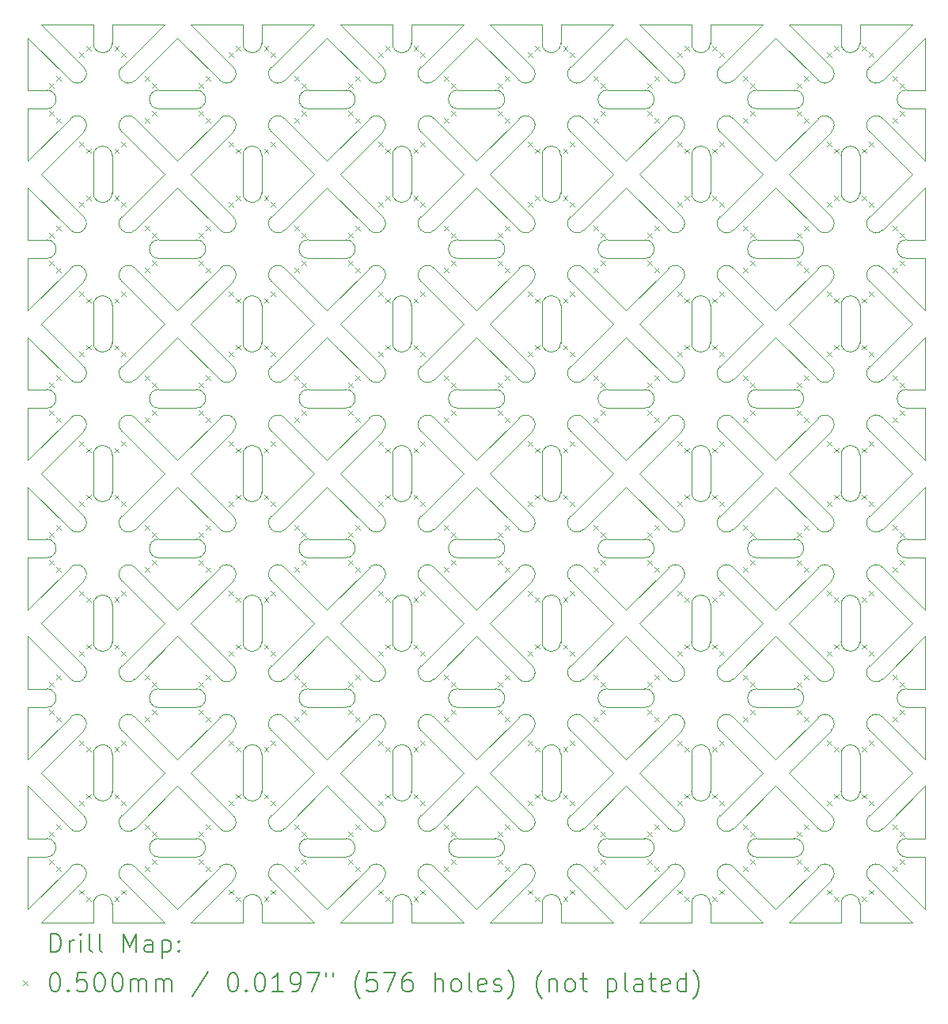
<source format=gbr>
%TF.GenerationSoftware,KiCad,Pcbnew,7.0.2*%
%TF.CreationDate,2023-11-05T16:37:23-05:00*%
%TF.ProjectId,PokerTips,506f6b65-7254-4697-9073-2e6b69636164,rev?*%
%TF.SameCoordinates,Original*%
%TF.FileFunction,Drillmap*%
%TF.FilePolarity,Positive*%
%FSLAX45Y45*%
G04 Gerber Fmt 4.5, Leading zero omitted, Abs format (unit mm)*
G04 Created by KiCad (PCBNEW 7.0.2) date 2023-11-05 16:37:23*
%MOMM*%
%LPD*%
G01*
G04 APERTURE LIST*
%ADD10C,0.100000*%
%ADD11C,0.200000*%
%ADD12C,0.050000*%
G04 APERTURE END LIST*
D10*
X6300000Y-5600000D02*
X6300000Y-5200000D01*
X7700000Y-5600000D02*
X7700000Y-5200000D01*
X10200000Y-10340000D02*
X10654289Y-10795711D01*
X12600000Y-11500000D02*
G75*
G03*
X12500000Y-11600000I0J-100000D01*
G01*
X11940000Y-10200000D02*
X12395711Y-10654289D01*
X5260000Y-3800000D02*
X4700000Y-3800000D01*
X10340000Y-7000000D02*
X10795711Y-6545711D01*
X12945711Y-8004289D02*
G75*
G03*
X12804289Y-8145711I-70711J-70711D01*
G01*
X9604289Y-4254289D02*
G75*
G03*
X9745711Y-4395711I70711J-70711D01*
G01*
X7140000Y-10200000D02*
X7595711Y-9745711D01*
X4500000Y-4000000D02*
X4500000Y-3800000D01*
X5854289Y-7595711D02*
G75*
G03*
X5995711Y-7454289I70711J70711D01*
G01*
X11100000Y-7200000D02*
X11100000Y-6800000D01*
X5200000Y-10900000D02*
X5600000Y-10900000D01*
X6545711Y-8004289D02*
G75*
G03*
X6404289Y-8145711I-70711J-70711D01*
G01*
X13400000Y-6300000D02*
X13400000Y-6860000D01*
X8800000Y-12700000D02*
G75*
G03*
X8900000Y-12600000I0J100000D01*
G01*
X7454289Y-9195711D02*
G75*
G03*
X7595711Y-9054289I70711J70711D01*
G01*
X13400000Y-12700000D02*
X13400000Y-13260000D01*
X12500000Y-7200000D02*
X12500000Y-6800000D01*
X13400000Y-6860000D02*
X12945711Y-6404289D01*
X13400000Y-12700000D02*
X13200000Y-12700000D01*
X7000000Y-11940000D02*
X6545711Y-12395711D01*
X11100000Y-10000000D02*
G75*
G03*
X10900000Y-10000000I-100000J0D01*
G01*
X10000000Y-9300000D02*
X10400000Y-9300000D01*
X10200000Y-5260000D02*
X10654289Y-4804289D01*
X11800000Y-10340000D02*
X12254289Y-10795711D01*
X6800000Y-4500000D02*
X7200000Y-4500000D01*
X7140000Y-7000000D02*
X7595711Y-6545711D01*
X4500000Y-12000000D02*
X4500000Y-11600000D01*
X4804289Y-12254289D02*
G75*
G03*
X4945711Y-12395711I70711J-70711D01*
G01*
X4945711Y-12804289D02*
G75*
G03*
X4804289Y-12945711I-70711J-70711D01*
G01*
X10400000Y-11100000D02*
G75*
G03*
X10400000Y-10900000I0J100000D01*
G01*
X3800000Y-10340000D02*
X4254289Y-10795711D01*
X4804289Y-10654289D02*
G75*
G03*
X4945711Y-10795711I70711J-70711D01*
G01*
X5200000Y-7900000D02*
X5600000Y-7900000D01*
X8004289Y-7454289D02*
G75*
G03*
X8145711Y-7595711I70711J-70711D01*
G01*
X7140000Y-11800000D02*
X7595711Y-12254289D01*
X11800000Y-6860000D02*
X11345711Y-6404289D01*
X8600000Y-10340000D02*
X9054289Y-10795711D01*
X8300000Y-12600000D02*
G75*
G03*
X8400000Y-12700000I100000J0D01*
G01*
X9300000Y-12000000D02*
X9300000Y-11600000D01*
X12000000Y-12700000D02*
G75*
G03*
X12100000Y-12600000I0J100000D01*
G01*
X13260000Y-10200000D02*
X12804289Y-9745711D01*
X8600000Y-11660000D02*
X9054289Y-11204289D01*
X11940000Y-5400000D02*
X12395711Y-4945711D01*
X5400000Y-11660000D02*
X5854289Y-11204289D01*
X12395711Y-9745711D02*
G75*
G03*
X12254289Y-9604289I-70711J70711D01*
G01*
X12804289Y-7454289D02*
G75*
G03*
X12945711Y-7595711I70711J-70711D01*
G01*
X11345711Y-11204289D02*
G75*
G03*
X11204289Y-11345711I-70711J-70711D01*
G01*
X6800000Y-12500000D02*
G75*
G03*
X6700000Y-12600000I0J-100000D01*
G01*
X9300000Y-4000000D02*
G75*
G03*
X9500000Y-4000000I100000J0D01*
G01*
X5400000Y-8460000D02*
X5854289Y-8004289D01*
X8600000Y-8460000D02*
X8145711Y-8004289D01*
X11800000Y-6860000D02*
X12254289Y-6404289D01*
X11345711Y-9604289D02*
G75*
G03*
X11204289Y-9745711I-70711J-70711D01*
G01*
X3800000Y-3940000D02*
X4254289Y-4395711D01*
X3800000Y-8460000D02*
X4254289Y-8004289D01*
X6860000Y-10200000D02*
X6404289Y-9745711D01*
X6800000Y-11100000D02*
X7200000Y-11100000D01*
X4395711Y-4945711D02*
G75*
G03*
X4254289Y-4804289I-70711J70711D01*
G01*
X13260000Y-7000000D02*
X12804289Y-7454289D01*
X5540000Y-8600000D02*
X5995711Y-9054289D01*
X12500000Y-7200000D02*
G75*
G03*
X12600000Y-7300000I100000J0D01*
G01*
X7200000Y-12700000D02*
X6800000Y-12700000D01*
X7700000Y-4000000D02*
G75*
G03*
X7900000Y-4000000I100000J0D01*
G01*
X5995711Y-8145711D02*
G75*
G03*
X5854289Y-8004289I-70711J70711D01*
G01*
X10900000Y-10400000D02*
G75*
G03*
X11100000Y-10400000I100000J0D01*
G01*
X13260000Y-8600000D02*
X12804289Y-8145711D01*
X5260000Y-8600000D02*
X4804289Y-8145711D01*
X9300000Y-13200000D02*
X9300000Y-13400000D01*
X5854289Y-10795711D02*
G75*
G03*
X5995711Y-10654289I70711J70711D01*
G01*
X13400000Y-5540000D02*
X13400000Y-6100000D01*
X11660000Y-3800000D02*
X11100000Y-3800000D01*
X11800000Y-3940000D02*
X11345711Y-4395711D01*
X10340000Y-10200000D02*
X10795711Y-10654289D01*
X8600000Y-6860000D02*
X8145711Y-6404289D01*
X5400000Y-10060000D02*
X4945711Y-9604289D01*
X11600000Y-4700000D02*
X12000000Y-4700000D01*
X8800000Y-11100000D02*
G75*
G03*
X8800000Y-10900000I0J100000D01*
G01*
X11600000Y-12500000D02*
G75*
G03*
X11500000Y-12600000I0J-100000D01*
G01*
X11940000Y-8600000D02*
X12395711Y-9054289D01*
X13260000Y-11800000D02*
X12804289Y-11345711D01*
X5200000Y-12500000D02*
X5600000Y-12500000D01*
X12000000Y-6300000D02*
G75*
G03*
X12000000Y-6100000I0J100000D01*
G01*
X8400000Y-6300000D02*
X8800000Y-6300000D01*
X11660000Y-7000000D02*
X11204289Y-7454289D01*
X6545711Y-11204289D02*
G75*
G03*
X6404289Y-11345711I-70711J-70711D01*
G01*
X4945711Y-11204289D02*
G75*
G03*
X4804289Y-11345711I-70711J-70711D01*
G01*
X5200000Y-6100000D02*
G75*
G03*
X5200000Y-6300000I0J-100000D01*
G01*
X11800000Y-11660000D02*
X12254289Y-11204289D01*
X4500000Y-4000000D02*
G75*
G03*
X4700000Y-4000000I100000J0D01*
G01*
X8600000Y-13260000D02*
X8145711Y-12804289D01*
X4700000Y-8400000D02*
G75*
G03*
X4500000Y-8400000I-100000J0D01*
G01*
X8460000Y-13400000D02*
X8004289Y-12945711D01*
X7140000Y-11800000D02*
X7595711Y-11345711D01*
X5540000Y-11800000D02*
X5995711Y-11345711D01*
X9900000Y-12600000D02*
G75*
G03*
X10000000Y-12700000I100000J0D01*
G01*
X6404289Y-9054289D02*
G75*
G03*
X6545711Y-9195711I70711J-70711D01*
G01*
X8400000Y-12500000D02*
X8800000Y-12500000D01*
X10200000Y-11940000D02*
X9745711Y-12395711D01*
X3940000Y-7000000D02*
X4395711Y-7454289D01*
X6860000Y-10200000D02*
X6404289Y-10654289D01*
X3800000Y-7140000D02*
X4254289Y-7595711D01*
X13260000Y-3800000D02*
X12804289Y-4254289D01*
X4395711Y-11345711D02*
G75*
G03*
X4254289Y-11204289I-70711J70711D01*
G01*
X6860000Y-5400000D02*
X6404289Y-5854289D01*
X10795711Y-11345711D02*
G75*
G03*
X10654289Y-11204289I-70711J70711D01*
G01*
X8600000Y-10060000D02*
X8145711Y-9604289D01*
X10340000Y-7000000D02*
X10795711Y-7454289D01*
X4945711Y-6404289D02*
G75*
G03*
X4804289Y-6545711I-70711J-70711D01*
G01*
X8600000Y-7140000D02*
X9054289Y-7595711D01*
X7000000Y-11660000D02*
X7454289Y-11204289D01*
X12700000Y-8400000D02*
G75*
G03*
X12600000Y-8300000I-100000J0D01*
G01*
X8460000Y-11800000D02*
X8004289Y-11345711D01*
X11600000Y-9300000D02*
X12000000Y-9300000D01*
X11800000Y-10060000D02*
X11345711Y-9604289D01*
X8600000Y-13260000D02*
X9054289Y-12804289D01*
X13400000Y-9500000D02*
X13400000Y-10060000D01*
X9500000Y-5200000D02*
G75*
G03*
X9300000Y-5200000I-100000J0D01*
G01*
X6860000Y-5400000D02*
X6404289Y-4945711D01*
X3940000Y-8600000D02*
X4395711Y-8145711D01*
X5400000Y-11660000D02*
X4945711Y-11204289D01*
X13400000Y-10900000D02*
X13200000Y-10900000D01*
X7000000Y-5540000D02*
X7454289Y-5995711D01*
X5400000Y-13260000D02*
X5854289Y-12804289D01*
X9500000Y-5600000D02*
X9500000Y-5200000D01*
X11940000Y-8600000D02*
X12395711Y-8145711D01*
X8600000Y-11940000D02*
X9054289Y-12395711D01*
X7900000Y-8800000D02*
X7900000Y-8400000D01*
X7000000Y-8460000D02*
X6545711Y-8004289D01*
X10340000Y-13400000D02*
X10795711Y-12945711D01*
X7000000Y-13260000D02*
X6545711Y-12804289D01*
X6800000Y-9300000D02*
G75*
G03*
X6800000Y-9500000I0J-100000D01*
G01*
X13400000Y-9300000D02*
X13200000Y-9300000D01*
X11345711Y-8004289D02*
G75*
G03*
X11204289Y-8145711I-70711J-70711D01*
G01*
X3800000Y-7900000D02*
X4000000Y-7900000D01*
X13400000Y-4500000D02*
X13200000Y-4500000D01*
X11600000Y-7700000D02*
X12000000Y-7700000D01*
X13260000Y-7000000D02*
X12804289Y-6545711D01*
X7595711Y-9745711D02*
G75*
G03*
X7454289Y-9604289I-70711J70711D01*
G01*
X11800000Y-10060000D02*
X12254289Y-9604289D01*
X5200000Y-9300000D02*
X5600000Y-9300000D01*
X10060000Y-3800000D02*
X9500000Y-3800000D01*
X4804289Y-5854289D02*
G75*
G03*
X4945711Y-5995711I70711J-70711D01*
G01*
X7595711Y-11345711D02*
G75*
G03*
X7454289Y-11204289I-70711J70711D01*
G01*
X11660000Y-8600000D02*
X11204289Y-8145711D01*
X8740000Y-3800000D02*
X9195711Y-4254289D01*
X12500000Y-5600000D02*
G75*
G03*
X12600000Y-5700000I100000J0D01*
G01*
X5260000Y-11800000D02*
X4804289Y-12254289D01*
X5400000Y-10340000D02*
X4945711Y-10795711D01*
X13260000Y-5400000D02*
X12804289Y-5854289D01*
X5200000Y-4500000D02*
G75*
G03*
X5200000Y-4700000I0J-100000D01*
G01*
X3800000Y-11660000D02*
X4254289Y-11204289D01*
X12000000Y-11100000D02*
G75*
G03*
X12000000Y-10900000I0J100000D01*
G01*
X10400000Y-12700000D02*
X10000000Y-12700000D01*
X7700000Y-8800000D02*
G75*
G03*
X7900000Y-8800000I100000J0D01*
G01*
X6404289Y-7454289D02*
G75*
G03*
X6545711Y-7595711I70711J-70711D01*
G01*
X8460000Y-8600000D02*
X8004289Y-8145711D01*
X4700000Y-5600000D02*
X4700000Y-5200000D01*
X7900000Y-11600000D02*
G75*
G03*
X7700000Y-11600000I-100000J0D01*
G01*
X6800000Y-10900000D02*
G75*
G03*
X6800000Y-11100000I0J-100000D01*
G01*
X10000000Y-6300000D02*
X10400000Y-6300000D01*
X13400000Y-5260000D02*
X12945711Y-4804289D01*
X4500000Y-13400000D02*
X3940000Y-13400000D01*
X6860000Y-8600000D02*
X6404289Y-8145711D01*
X6100000Y-10400000D02*
X6100000Y-10000000D01*
X7700000Y-13400000D02*
X7140000Y-13400000D01*
X12500000Y-10400000D02*
X12500000Y-10000000D01*
X5200000Y-4700000D02*
X5600000Y-4700000D01*
X12500000Y-8800000D02*
G75*
G03*
X12600000Y-8900000I100000J0D01*
G01*
X3800000Y-6860000D02*
X4254289Y-6404289D01*
X7900000Y-12000000D02*
X7900000Y-11600000D01*
X13400000Y-11940000D02*
X13400000Y-12500000D01*
X5540000Y-3800000D02*
X5995711Y-4254289D01*
X5995711Y-12945711D02*
G75*
G03*
X5854289Y-12804289I-70711J70711D01*
G01*
X8145711Y-12804289D02*
G75*
G03*
X8004289Y-12945711I-70711J-70711D01*
G01*
X13400000Y-11940000D02*
X12945711Y-12395711D01*
X5260000Y-13400000D02*
X4804289Y-12945711D01*
X8740000Y-8600000D02*
X9195711Y-8145711D01*
X10900000Y-12000000D02*
G75*
G03*
X11100000Y-12000000I100000J0D01*
G01*
X4700000Y-4000000D02*
X4700000Y-3800000D01*
X9300000Y-8800000D02*
X9300000Y-8400000D01*
X13400000Y-7140000D02*
X13400000Y-7700000D01*
X8400000Y-9500000D02*
X8800000Y-9500000D01*
X10200000Y-6860000D02*
X10654289Y-6404289D01*
X3800000Y-5540000D02*
X4254289Y-5995711D01*
X7140000Y-13400000D02*
X7595711Y-12945711D01*
X9300000Y-5600000D02*
G75*
G03*
X9500000Y-5600000I100000J0D01*
G01*
X6545711Y-6404289D02*
G75*
G03*
X6404289Y-6545711I-70711J-70711D01*
G01*
X4254289Y-5995711D02*
G75*
G03*
X4395711Y-5854289I70711J70711D01*
G01*
X7454289Y-7595711D02*
G75*
G03*
X7595711Y-7454289I70711J70711D01*
G01*
X7595711Y-6545711D02*
G75*
G03*
X7454289Y-6404289I-70711J70711D01*
G01*
X6860000Y-3800000D02*
X6300000Y-3800000D01*
X4500000Y-7200000D02*
X4500000Y-6800000D01*
X8400000Y-7900000D02*
X8800000Y-7900000D01*
X3800000Y-10060000D02*
X3800000Y-9500000D01*
X9054289Y-9195711D02*
G75*
G03*
X9195711Y-9054289I70711J70711D01*
G01*
X11800000Y-8460000D02*
X12254289Y-8004289D01*
X6800000Y-9300000D02*
X7200000Y-9300000D01*
X5200000Y-6300000D02*
X5600000Y-6300000D01*
X6300000Y-6800000D02*
G75*
G03*
X6100000Y-6800000I-100000J0D01*
G01*
X7000000Y-7140000D02*
X6545711Y-7595711D01*
X12945711Y-4804289D02*
G75*
G03*
X12804289Y-4945711I-70711J-70711D01*
G01*
X8600000Y-10340000D02*
X8145711Y-10795711D01*
X12600000Y-8300000D02*
G75*
G03*
X12500000Y-8400000I0J-100000D01*
G01*
X10200000Y-8740000D02*
X10654289Y-9195711D01*
X9604289Y-5854289D02*
G75*
G03*
X9745711Y-5995711I70711J-70711D01*
G01*
X3940000Y-13400000D02*
X4395711Y-12945711D01*
X13400000Y-10340000D02*
X12945711Y-10795711D01*
X5700000Y-12600000D02*
G75*
G03*
X5600000Y-12500000I-100000J0D01*
G01*
X9745711Y-11204289D02*
G75*
G03*
X9604289Y-11345711I-70711J-70711D01*
G01*
X4500000Y-8800000D02*
G75*
G03*
X4700000Y-8800000I100000J0D01*
G01*
X5200000Y-12500000D02*
G75*
G03*
X5100000Y-12600000I0J-100000D01*
G01*
X5260000Y-5400000D02*
X4804289Y-4945711D01*
X5200000Y-7700000D02*
G75*
G03*
X5200000Y-7900000I0J-100000D01*
G01*
X3800000Y-5260000D02*
X3800000Y-4700000D01*
X6100000Y-13200000D02*
X6100000Y-13400000D01*
X13400000Y-3940000D02*
X13400000Y-4500000D01*
X7900000Y-13200000D02*
G75*
G03*
X7700000Y-13200000I-100000J0D01*
G01*
X5260000Y-10200000D02*
X4804289Y-9745711D01*
X5854289Y-4395711D02*
G75*
G03*
X5995711Y-4254289I70711J70711D01*
G01*
X12000000Y-7900000D02*
G75*
G03*
X12000000Y-7700000I0J100000D01*
G01*
X5600000Y-9500000D02*
G75*
G03*
X5600000Y-9300000I0J100000D01*
G01*
X5400000Y-8740000D02*
X4945711Y-9195711D01*
X4804289Y-9054289D02*
G75*
G03*
X4945711Y-9195711I70711J-70711D01*
G01*
X4700000Y-5200000D02*
G75*
G03*
X4500000Y-5200000I-100000J0D01*
G01*
X5200000Y-6100000D02*
X5600000Y-6100000D01*
X13400000Y-10340000D02*
X13400000Y-10900000D01*
X5260000Y-3800000D02*
X4804289Y-4254289D01*
X7000000Y-6860000D02*
X7454289Y-6404289D01*
X10200000Y-11660000D02*
X10654289Y-11204289D01*
X3800000Y-6300000D02*
X4000000Y-6300000D01*
X11600000Y-9300000D02*
G75*
G03*
X11600000Y-9500000I0J-100000D01*
G01*
X13400000Y-6300000D02*
X13200000Y-6300000D01*
X5400000Y-7140000D02*
X5854289Y-7595711D01*
X11800000Y-5260000D02*
X12254289Y-4804289D01*
X3800000Y-7700000D02*
X3800000Y-7140000D01*
X5400000Y-11940000D02*
X5854289Y-12395711D01*
X8004289Y-9054289D02*
G75*
G03*
X8145711Y-9195711I70711J-70711D01*
G01*
X11800000Y-8740000D02*
X12254289Y-9195711D01*
X13400000Y-4700000D02*
X13400000Y-5260000D01*
X11800000Y-5260000D02*
X11345711Y-4804289D01*
X10060000Y-7000000D02*
X9604289Y-7454289D01*
X9500000Y-11600000D02*
G75*
G03*
X9300000Y-11600000I-100000J0D01*
G01*
X12500000Y-12000000D02*
X12500000Y-11600000D01*
X13400000Y-8740000D02*
X12945711Y-9195711D01*
X6404289Y-4254289D02*
G75*
G03*
X6545711Y-4395711I70711J-70711D01*
G01*
X8800000Y-9500000D02*
G75*
G03*
X8800000Y-9300000I0J100000D01*
G01*
X8740000Y-10200000D02*
X9195711Y-10654289D01*
X5100000Y-12600000D02*
G75*
G03*
X5200000Y-12700000I100000J0D01*
G01*
X11660000Y-5400000D02*
X11204289Y-5854289D01*
X13200000Y-7700000D02*
G75*
G03*
X13200000Y-7900000I0J-100000D01*
G01*
X8460000Y-10200000D02*
X8004289Y-9745711D01*
X11600000Y-7900000D02*
X12000000Y-7900000D01*
X4000000Y-4700000D02*
G75*
G03*
X4000000Y-4500000I0J100000D01*
G01*
X10900000Y-5600000D02*
X10900000Y-5200000D01*
X5400000Y-3940000D02*
X4945711Y-4395711D01*
X7000000Y-8740000D02*
X7454289Y-9195711D01*
X6800000Y-12500000D02*
X7200000Y-12500000D01*
X10900000Y-7200000D02*
X10900000Y-6800000D01*
X8740000Y-7000000D02*
X9195711Y-6545711D01*
X7900000Y-8400000D02*
G75*
G03*
X7700000Y-8400000I-100000J0D01*
G01*
X8600000Y-8460000D02*
X9054289Y-8004289D01*
X11100000Y-5600000D02*
X11100000Y-5200000D01*
X6800000Y-10900000D02*
X7200000Y-10900000D01*
X9500000Y-8400000D02*
G75*
G03*
X9300000Y-8400000I-100000J0D01*
G01*
X10654289Y-4395711D02*
G75*
G03*
X10795711Y-4254289I70711J70711D01*
G01*
X3800000Y-12500000D02*
X3800000Y-11940000D01*
X10200000Y-10060000D02*
X10654289Y-9604289D01*
X8004289Y-10654289D02*
G75*
G03*
X8145711Y-10795711I70711J-70711D01*
G01*
X4254289Y-4395711D02*
G75*
G03*
X4395711Y-4254289I70711J70711D01*
G01*
X7000000Y-5260000D02*
X6545711Y-4804289D01*
X10060000Y-8600000D02*
X9604289Y-8145711D01*
X8460000Y-7000000D02*
X8004289Y-6545711D01*
X9054289Y-7595711D02*
G75*
G03*
X9195711Y-7454289I70711J70711D01*
G01*
X8740000Y-5400000D02*
X9195711Y-5854289D01*
X4945711Y-4804289D02*
G75*
G03*
X4804289Y-4945711I-70711J-70711D01*
G01*
X12500000Y-13400000D02*
X11940000Y-13400000D01*
X9195711Y-4945711D02*
G75*
G03*
X9054289Y-4804289I-70711J70711D01*
G01*
X4500000Y-12000000D02*
G75*
G03*
X4700000Y-12000000I100000J0D01*
G01*
X8400000Y-9300000D02*
X8800000Y-9300000D01*
X12804289Y-10654289D02*
G75*
G03*
X12945711Y-10795711I70711J-70711D01*
G01*
X10900000Y-3800000D02*
X10340000Y-3800000D01*
X8600000Y-3940000D02*
X9054289Y-4395711D01*
X12395711Y-11345711D02*
G75*
G03*
X12254289Y-11204289I-70711J70711D01*
G01*
X11600000Y-11100000D02*
X12000000Y-11100000D01*
X10900000Y-10400000D02*
X10900000Y-10000000D01*
X9500000Y-7200000D02*
X9500000Y-6800000D01*
X4500000Y-13400000D02*
X4500000Y-13200000D01*
X10000000Y-4500000D02*
X10400000Y-4500000D01*
X10060000Y-5400000D02*
X9604289Y-4945711D01*
X3800000Y-6860000D02*
X3800000Y-6300000D01*
X8004289Y-4254289D02*
G75*
G03*
X8145711Y-4395711I70711J-70711D01*
G01*
X13260000Y-8600000D02*
X12804289Y-9054289D01*
X3800000Y-9500000D02*
X4000000Y-9500000D01*
X13260000Y-13400000D02*
X12804289Y-12945711D01*
X11100000Y-5200000D02*
G75*
G03*
X10900000Y-5200000I-100000J0D01*
G01*
X7900000Y-7200000D02*
X7900000Y-6800000D01*
X10900000Y-4000000D02*
G75*
G03*
X11100000Y-4000000I100000J0D01*
G01*
X10000000Y-10900000D02*
G75*
G03*
X10000000Y-11100000I0J-100000D01*
G01*
X6300000Y-11600000D02*
G75*
G03*
X6100000Y-11600000I-100000J0D01*
G01*
X9300000Y-8800000D02*
G75*
G03*
X9500000Y-8800000I100000J0D01*
G01*
X5400000Y-13260000D02*
X4945711Y-12804289D01*
X7700000Y-13200000D02*
X7700000Y-13400000D01*
X6300000Y-7200000D02*
X6300000Y-6800000D01*
X9054289Y-12395711D02*
G75*
G03*
X9195711Y-12254289I70711J70711D01*
G01*
X12945711Y-11204289D02*
G75*
G03*
X12804289Y-11345711I-70711J-70711D01*
G01*
X9195711Y-11345711D02*
G75*
G03*
X9054289Y-11204289I-70711J70711D01*
G01*
X5600000Y-4700000D02*
G75*
G03*
X5600000Y-4500000I0J100000D01*
G01*
X6800000Y-7700000D02*
X7200000Y-7700000D01*
X7700000Y-4000000D02*
X7700000Y-3800000D01*
X10060000Y-13400000D02*
X9500000Y-13400000D01*
X11940000Y-10200000D02*
X12395711Y-9745711D01*
X10060000Y-8600000D02*
X9604289Y-9054289D01*
X4700000Y-11600000D02*
G75*
G03*
X4500000Y-11600000I-100000J0D01*
G01*
X9195711Y-6545711D02*
G75*
G03*
X9054289Y-6404289I-70711J70711D01*
G01*
X4600000Y-13100000D02*
G75*
G03*
X4500000Y-13200000I0J-100000D01*
G01*
X10060000Y-10200000D02*
X9604289Y-10654289D01*
X12600000Y-9900000D02*
G75*
G03*
X12500000Y-10000000I0J-100000D01*
G01*
X6100000Y-12000000D02*
X6100000Y-11600000D01*
X10400000Y-7900000D02*
G75*
G03*
X10400000Y-7700000I0J100000D01*
G01*
X11100000Y-12000000D02*
X11100000Y-11600000D01*
X13200000Y-6100000D02*
G75*
G03*
X13200000Y-6300000I0J-100000D01*
G01*
X3800000Y-8740000D02*
X4254289Y-9195711D01*
X9500000Y-4000000D02*
X9500000Y-3800000D01*
X4000000Y-6300000D02*
G75*
G03*
X4000000Y-6100000I0J100000D01*
G01*
X10900000Y-13200000D02*
X10900000Y-13400000D01*
X11600000Y-10900000D02*
G75*
G03*
X11600000Y-11100000I0J-100000D01*
G01*
X8600000Y-3940000D02*
X8145711Y-4395711D01*
X3940000Y-11800000D02*
X4395711Y-11345711D01*
X6800000Y-7900000D02*
X7200000Y-7900000D01*
X11345711Y-12804289D02*
G75*
G03*
X11204289Y-12945711I-70711J-70711D01*
G01*
X13260000Y-13400000D02*
X12700000Y-13400000D01*
X6860000Y-13400000D02*
X6300000Y-13400000D01*
X8600000Y-5260000D02*
X8145711Y-4804289D01*
X7000000Y-11940000D02*
X7454289Y-12395711D01*
X11660000Y-5400000D02*
X11204289Y-4945711D01*
X6860000Y-7000000D02*
X6404289Y-7454289D01*
X6860000Y-7000000D02*
X6404289Y-6545711D01*
X3800000Y-7700000D02*
X4000000Y-7700000D01*
X6404289Y-12254289D02*
G75*
G03*
X6545711Y-12395711I70711J-70711D01*
G01*
X7000000Y-13260000D02*
X7454289Y-12804289D01*
X13260000Y-3800000D02*
X12700000Y-3800000D01*
X12804289Y-9054289D02*
G75*
G03*
X12945711Y-9195711I70711J-70711D01*
G01*
X5260000Y-8600000D02*
X4804289Y-9054289D01*
X13400000Y-9500000D02*
X13200000Y-9500000D01*
X12600000Y-12100000D02*
G75*
G03*
X12700000Y-12000000I0J100000D01*
G01*
X5540000Y-10200000D02*
X5995711Y-10654289D01*
X12500000Y-4000000D02*
G75*
G03*
X12600000Y-4100000I100000J0D01*
G01*
X5200000Y-10900000D02*
G75*
G03*
X5200000Y-11100000I0J-100000D01*
G01*
X12254289Y-5995711D02*
G75*
G03*
X12395711Y-5854289I70711J70711D01*
G01*
X8400000Y-12500000D02*
G75*
G03*
X8300000Y-12600000I0J-100000D01*
G01*
X3940000Y-10200000D02*
X4395711Y-9745711D01*
X4000000Y-7900000D02*
G75*
G03*
X4000000Y-7700000I0J100000D01*
G01*
X8460000Y-10200000D02*
X8004289Y-10654289D01*
X8600000Y-5260000D02*
X9054289Y-4804289D01*
X10340000Y-8600000D02*
X10795711Y-9054289D01*
X4700000Y-10400000D02*
X4700000Y-10000000D01*
X5260000Y-7000000D02*
X4804289Y-7454289D01*
X8460000Y-3800000D02*
X8004289Y-4254289D01*
X11660000Y-10200000D02*
X11204289Y-10654289D01*
X6800000Y-7700000D02*
G75*
G03*
X6800000Y-7900000I0J-100000D01*
G01*
X5260000Y-7000000D02*
X4804289Y-6545711D01*
X6100000Y-4000000D02*
G75*
G03*
X6300000Y-4000000I100000J0D01*
G01*
X7200000Y-4700000D02*
G75*
G03*
X7200000Y-4500000I0J100000D01*
G01*
X8004289Y-12254289D02*
G75*
G03*
X8145711Y-12395711I70711J-70711D01*
G01*
X12700000Y-3800000D02*
X12700000Y-4000000D01*
X3800000Y-12700000D02*
X4000000Y-12700000D01*
X6300000Y-13200000D02*
X6300000Y-13400000D01*
X6300000Y-5200000D02*
G75*
G03*
X6100000Y-5200000I-100000J0D01*
G01*
X10200000Y-8740000D02*
X9745711Y-9195711D01*
X12804289Y-5854289D02*
G75*
G03*
X12945711Y-5995711I70711J-70711D01*
G01*
X8460000Y-7000000D02*
X8004289Y-7454289D01*
X10654289Y-9195711D02*
G75*
G03*
X10795711Y-9054289I70711J70711D01*
G01*
X13400000Y-11100000D02*
X13400000Y-11660000D01*
X7140000Y-8600000D02*
X7595711Y-9054289D01*
X7700000Y-10400000D02*
G75*
G03*
X7900000Y-10400000I100000J0D01*
G01*
X6100000Y-4000000D02*
X6100000Y-3800000D01*
X12700000Y-8400000D02*
X12700000Y-8800000D01*
X8900000Y-12600000D02*
G75*
G03*
X8800000Y-12500000I-100000J0D01*
G01*
X3800000Y-10900000D02*
X3800000Y-10340000D01*
X8600000Y-10060000D02*
X9054289Y-9604289D01*
X11100000Y-13200000D02*
G75*
G03*
X10900000Y-13200000I-100000J0D01*
G01*
X7900000Y-10400000D02*
X7900000Y-10000000D01*
X13400000Y-13260000D02*
X12945711Y-12804289D01*
X11940000Y-5400000D02*
X12395711Y-5854289D01*
X12945711Y-9604289D02*
G75*
G03*
X12804289Y-9745711I-70711J-70711D01*
G01*
X5995711Y-11345711D02*
G75*
G03*
X5854289Y-11204289I-70711J70711D01*
G01*
X11660000Y-13400000D02*
X11204289Y-12945711D01*
X6860000Y-11800000D02*
X6404289Y-11345711D01*
X6800000Y-4700000D02*
X7200000Y-4700000D01*
X11204289Y-10654289D02*
G75*
G03*
X11345711Y-10795711I70711J-70711D01*
G01*
X9300000Y-13400000D02*
X8740000Y-13400000D01*
X7000000Y-3940000D02*
X6545711Y-4395711D01*
X3800000Y-13260000D02*
X3800000Y-12700000D01*
X13400000Y-8460000D02*
X12945711Y-8004289D01*
X12700000Y-5200000D02*
G75*
G03*
X12600000Y-5100000I-100000J0D01*
G01*
X6404289Y-10654289D02*
G75*
G03*
X6545711Y-10795711I70711J-70711D01*
G01*
X3800000Y-11940000D02*
X4254289Y-12395711D01*
X7000000Y-5540000D02*
X6545711Y-5995711D01*
X9500000Y-10000000D02*
G75*
G03*
X9300000Y-10000000I-100000J0D01*
G01*
X11800000Y-10340000D02*
X11345711Y-10795711D01*
X4700000Y-13200000D02*
X4700000Y-13400000D01*
X5400000Y-6860000D02*
X5854289Y-6404289D01*
X8460000Y-13400000D02*
X7900000Y-13400000D01*
X4395711Y-6545711D02*
G75*
G03*
X4254289Y-6404289I-70711J70711D01*
G01*
X5260000Y-10200000D02*
X4804289Y-10654289D01*
X12600000Y-5100000D02*
G75*
G03*
X12500000Y-5200000I0J-100000D01*
G01*
X11204289Y-9054289D02*
G75*
G03*
X11345711Y-9195711I70711J-70711D01*
G01*
X3800000Y-10060000D02*
X4254289Y-9604289D01*
X5540000Y-13400000D02*
X5995711Y-12945711D01*
X6545711Y-9604289D02*
G75*
G03*
X6404289Y-9745711I-70711J-70711D01*
G01*
X4945711Y-9604289D02*
G75*
G03*
X4804289Y-9745711I-70711J-70711D01*
G01*
X9500000Y-12000000D02*
X9500000Y-11600000D01*
X12600000Y-5700000D02*
G75*
G03*
X12700000Y-5600000I0J100000D01*
G01*
X7900000Y-13200000D02*
X7900000Y-13400000D01*
X7900000Y-10000000D02*
G75*
G03*
X7700000Y-10000000I-100000J0D01*
G01*
X12600000Y-8900000D02*
G75*
G03*
X12700000Y-8800000I0J100000D01*
G01*
X9604289Y-12254289D02*
G75*
G03*
X9745711Y-12395711I70711J-70711D01*
G01*
X12500000Y-13200000D02*
X12500000Y-13400000D01*
X5400000Y-7140000D02*
X4945711Y-7595711D01*
X5540000Y-10200000D02*
X5995711Y-9745711D01*
X11800000Y-8740000D02*
X11345711Y-9195711D01*
X6300000Y-12000000D02*
X6300000Y-11600000D01*
X10000000Y-7700000D02*
X10400000Y-7700000D01*
X12395711Y-8145711D02*
G75*
G03*
X12254289Y-8004289I-70711J70711D01*
G01*
X10200000Y-5540000D02*
X9745711Y-5995711D01*
X11800000Y-7140000D02*
X12254289Y-7595711D01*
X10200000Y-10060000D02*
X9745711Y-9604289D01*
X10340000Y-5400000D02*
X10795711Y-5854289D01*
X10340000Y-3800000D02*
X10795711Y-4254289D01*
X12395711Y-4945711D02*
G75*
G03*
X12254289Y-4804289I-70711J70711D01*
G01*
X3940000Y-10200000D02*
X4395711Y-10654289D01*
X9054289Y-10795711D02*
G75*
G03*
X9195711Y-10654289I70711J70711D01*
G01*
X11100000Y-13200000D02*
X11100000Y-13400000D01*
X10000000Y-7900000D02*
X10400000Y-7900000D01*
X11800000Y-11940000D02*
X12254289Y-12395711D01*
X11800000Y-5540000D02*
X12254289Y-5995711D01*
X8600000Y-7140000D02*
X8145711Y-7595711D01*
X11100000Y-11600000D02*
G75*
G03*
X10900000Y-11600000I-100000J0D01*
G01*
X11940000Y-11800000D02*
X12395711Y-11345711D01*
X8400000Y-4700000D02*
X8800000Y-4700000D01*
X12700000Y-13200000D02*
G75*
G03*
X12500000Y-13200000I-100000J0D01*
G01*
X13200000Y-12500000D02*
G75*
G03*
X13100000Y-12600000I0J-100000D01*
G01*
X11940000Y-13400000D02*
X12395711Y-12945711D01*
X8600000Y-5540000D02*
X9054289Y-5995711D01*
X7000000Y-10340000D02*
X6545711Y-10795711D01*
X7700000Y-7200000D02*
X7700000Y-6800000D01*
X11100000Y-4000000D02*
X11100000Y-3800000D01*
X11600000Y-6100000D02*
G75*
G03*
X11600000Y-6300000I0J-100000D01*
G01*
X5200000Y-11100000D02*
X5600000Y-11100000D01*
X6800000Y-6100000D02*
X7200000Y-6100000D01*
X5854289Y-12395711D02*
G75*
G03*
X5995711Y-12254289I70711J70711D01*
G01*
X11660000Y-10200000D02*
X11204289Y-9745711D01*
X5400000Y-10060000D02*
X5854289Y-9604289D01*
X13400000Y-7700000D02*
X13200000Y-7700000D01*
X5540000Y-5400000D02*
X5995711Y-4945711D01*
X9300000Y-12000000D02*
G75*
G03*
X9500000Y-12000000I100000J0D01*
G01*
X11600000Y-6300000D02*
X12000000Y-6300000D01*
X10000000Y-11100000D02*
X10400000Y-11100000D01*
X12700000Y-6800000D02*
G75*
G03*
X12600000Y-6700000I-100000J0D01*
G01*
X11600000Y-4500000D02*
G75*
G03*
X11600000Y-4700000I0J-100000D01*
G01*
X10060000Y-11800000D02*
X9604289Y-11345711D01*
X10060000Y-7000000D02*
X9604289Y-6545711D01*
X4700000Y-10000000D02*
G75*
G03*
X4500000Y-10000000I-100000J0D01*
G01*
X12700000Y-11600000D02*
X12700000Y-12000000D01*
X7700000Y-5600000D02*
G75*
G03*
X7900000Y-5600000I100000J0D01*
G01*
X10340000Y-11800000D02*
X10795711Y-11345711D01*
X11800000Y-8460000D02*
X11345711Y-8004289D01*
X12600000Y-6700000D02*
G75*
G03*
X12500000Y-6800000I0J-100000D01*
G01*
X9195711Y-9745711D02*
G75*
G03*
X9054289Y-9604289I-70711J70711D01*
G01*
X3800000Y-9300000D02*
X3800000Y-8740000D01*
X4500000Y-5600000D02*
G75*
G03*
X4700000Y-5600000I100000J0D01*
G01*
X6100000Y-5600000D02*
X6100000Y-5200000D01*
X10200000Y-3940000D02*
X9745711Y-4395711D01*
X13400000Y-11100000D02*
X13200000Y-11100000D01*
X10060000Y-3800000D02*
X9604289Y-4254289D01*
X10000000Y-4700000D02*
X10400000Y-4700000D01*
X7000000Y-8460000D02*
X7454289Y-8004289D01*
X10900000Y-4000000D02*
X10900000Y-3800000D01*
X12000000Y-12700000D02*
X11600000Y-12700000D01*
X7000000Y-8740000D02*
X6545711Y-9195711D01*
X3800000Y-11660000D02*
X3800000Y-11100000D01*
X4700000Y-6800000D02*
G75*
G03*
X4500000Y-6800000I-100000J0D01*
G01*
X7000000Y-5260000D02*
X7454289Y-4804289D01*
X3800000Y-4500000D02*
X3800000Y-3940000D01*
X8460000Y-3800000D02*
X7900000Y-3800000D01*
X8004289Y-5854289D02*
G75*
G03*
X8145711Y-5995711I70711J-70711D01*
G01*
X12395711Y-6545711D02*
G75*
G03*
X12254289Y-6404289I-70711J70711D01*
G01*
X9500000Y-13200000D02*
G75*
G03*
X9300000Y-13200000I-100000J0D01*
G01*
X9195711Y-12945711D02*
G75*
G03*
X9054289Y-12804289I-70711J70711D01*
G01*
X3800000Y-5260000D02*
X4254289Y-4804289D01*
X7300000Y-12600000D02*
G75*
G03*
X7200000Y-12500000I-100000J0D01*
G01*
X6100000Y-8800000D02*
X6100000Y-8400000D01*
X7200000Y-7900000D02*
G75*
G03*
X7200000Y-7700000I0J100000D01*
G01*
X10900000Y-13400000D02*
X10340000Y-13400000D01*
X12945711Y-12804289D02*
G75*
G03*
X12804289Y-12945711I-70711J-70711D01*
G01*
X10340000Y-8600000D02*
X10795711Y-8145711D01*
X8600000Y-8740000D02*
X9054289Y-9195711D01*
X7200000Y-6300000D02*
G75*
G03*
X7200000Y-6100000I0J100000D01*
G01*
X8400000Y-7700000D02*
G75*
G03*
X8400000Y-7900000I0J-100000D01*
G01*
X11100000Y-10400000D02*
X11100000Y-10000000D01*
X6100000Y-10400000D02*
G75*
G03*
X6300000Y-10400000I100000J0D01*
G01*
X10400000Y-4700000D02*
G75*
G03*
X10400000Y-4500000I0J100000D01*
G01*
X10000000Y-10900000D02*
X10400000Y-10900000D01*
X4500000Y-10400000D02*
G75*
G03*
X4700000Y-10400000I100000J0D01*
G01*
X8740000Y-8600000D02*
X9195711Y-9054289D01*
X13400000Y-8740000D02*
X13400000Y-9300000D01*
X5540000Y-11800000D02*
X5995711Y-12254289D01*
X11660000Y-8600000D02*
X11204289Y-9054289D01*
X7595711Y-12945711D02*
G75*
G03*
X7454289Y-12804289I-70711J70711D01*
G01*
X12500000Y-4000000D02*
X12500000Y-3800000D01*
X8800000Y-12700000D02*
X8400000Y-12700000D01*
X10795711Y-8145711D02*
G75*
G03*
X10654289Y-8004289I-70711J70711D01*
G01*
X10200000Y-5540000D02*
X10654289Y-5995711D01*
X3940000Y-3800000D02*
X4395711Y-4254289D01*
X10000000Y-12500000D02*
X10400000Y-12500000D01*
X8740000Y-10200000D02*
X9195711Y-9745711D01*
X5400000Y-8740000D02*
X5854289Y-9195711D01*
X12500000Y-12000000D02*
G75*
G03*
X12600000Y-12100000I100000J0D01*
G01*
X4500000Y-10400000D02*
X4500000Y-10000000D01*
X8800000Y-4700000D02*
G75*
G03*
X8800000Y-4500000I0J100000D01*
G01*
X4395711Y-12945711D02*
G75*
G03*
X4254289Y-12804289I-70711J70711D01*
G01*
X10060000Y-13400000D02*
X9604289Y-12945711D01*
X6100000Y-8800000D02*
G75*
G03*
X6300000Y-8800000I100000J0D01*
G01*
X6300000Y-10400000D02*
X6300000Y-10000000D01*
X11600000Y-10900000D02*
X12000000Y-10900000D01*
X10654289Y-10795711D02*
G75*
G03*
X10795711Y-10654289I70711J70711D01*
G01*
X10200000Y-11660000D02*
X9745711Y-11204289D01*
X11204289Y-5854289D02*
G75*
G03*
X11345711Y-5995711I70711J-70711D01*
G01*
X9745711Y-6404289D02*
G75*
G03*
X9604289Y-6545711I-70711J-70711D01*
G01*
X12700000Y-5200000D02*
X12700000Y-5600000D01*
X5400000Y-11940000D02*
X4945711Y-12395711D01*
X11660000Y-7000000D02*
X11204289Y-6545711D01*
X4700000Y-12000000D02*
X4700000Y-11600000D01*
X6860000Y-3800000D02*
X6404289Y-4254289D01*
X10200000Y-3940000D02*
X10654289Y-4395711D01*
X7140000Y-3800000D02*
X7595711Y-4254289D01*
X12000000Y-4700000D02*
G75*
G03*
X12000000Y-4500000I0J100000D01*
G01*
X11600000Y-6100000D02*
X12000000Y-6100000D01*
X10200000Y-13260000D02*
X9745711Y-12804289D01*
X12700000Y-10000000D02*
G75*
G03*
X12600000Y-9900000I-100000J0D01*
G01*
X10900000Y-5600000D02*
G75*
G03*
X11100000Y-5600000I100000J0D01*
G01*
X8740000Y-7000000D02*
X9195711Y-7454289D01*
X10200000Y-6860000D02*
X9745711Y-6404289D01*
X5995711Y-6545711D02*
G75*
G03*
X5854289Y-6404289I-70711J70711D01*
G01*
X12600000Y-4100000D02*
G75*
G03*
X12700000Y-4000000I0J100000D01*
G01*
X12700000Y-13200000D02*
X12700000Y-13400000D01*
X7700000Y-10400000D02*
X7700000Y-10000000D01*
X6800000Y-6100000D02*
G75*
G03*
X6800000Y-6300000I0J-100000D01*
G01*
X10200000Y-7140000D02*
X9745711Y-7595711D01*
X7700000Y-12000000D02*
X7700000Y-11600000D01*
X10795711Y-12945711D02*
G75*
G03*
X10654289Y-12804289I-70711J70711D01*
G01*
X11100000Y-8400000D02*
G75*
G03*
X10900000Y-8400000I-100000J0D01*
G01*
X10000000Y-6100000D02*
G75*
G03*
X10000000Y-6300000I0J-100000D01*
G01*
X5400000Y-5540000D02*
X5854289Y-5995711D01*
X9745711Y-9604289D02*
G75*
G03*
X9604289Y-9745711I-70711J-70711D01*
G01*
X5540000Y-5400000D02*
X5995711Y-5854289D01*
X8400000Y-7700000D02*
X8800000Y-7700000D01*
X11660000Y-11800000D02*
X11204289Y-11345711D01*
X5995711Y-4945711D02*
G75*
G03*
X5854289Y-4804289I-70711J70711D01*
G01*
X10400000Y-9500000D02*
G75*
G03*
X10400000Y-9300000I0J100000D01*
G01*
X5400000Y-5260000D02*
X5854289Y-4804289D01*
X9300000Y-3800000D02*
X8740000Y-3800000D01*
X9054289Y-4395711D02*
G75*
G03*
X9195711Y-4254289I70711J70711D01*
G01*
X12500000Y-5600000D02*
X12500000Y-5200000D01*
X10200000Y-10340000D02*
X9745711Y-10795711D01*
X9054289Y-5995711D02*
G75*
G03*
X9195711Y-5854289I70711J70711D01*
G01*
X11500000Y-12600000D02*
G75*
G03*
X11600000Y-12700000I100000J0D01*
G01*
X8400000Y-10900000D02*
G75*
G03*
X8400000Y-11100000I0J-100000D01*
G01*
X4100000Y-12600000D02*
G75*
G03*
X4000000Y-12500000I-100000J0D01*
G01*
X9500000Y-8800000D02*
X9500000Y-8400000D01*
X7140000Y-10200000D02*
X7595711Y-10654289D01*
X11940000Y-7000000D02*
X12395711Y-6545711D01*
X8400000Y-6100000D02*
X8800000Y-6100000D01*
X11660000Y-11800000D02*
X11204289Y-12254289D01*
X8600000Y-11660000D02*
X8145711Y-11204289D01*
X10900000Y-12000000D02*
X10900000Y-11600000D01*
X5540000Y-7000000D02*
X5995711Y-6545711D01*
X7454289Y-10795711D02*
G75*
G03*
X7595711Y-10654289I70711J70711D01*
G01*
X3800000Y-11100000D02*
X4000000Y-11100000D01*
X8145711Y-4804289D02*
G75*
G03*
X8004289Y-4945711I-70711J-70711D01*
G01*
X7700000Y-3800000D02*
X7140000Y-3800000D01*
X11204289Y-4254289D02*
G75*
G03*
X11345711Y-4395711I70711J-70711D01*
G01*
X5200000Y-4500000D02*
X5600000Y-4500000D01*
X4000000Y-11100000D02*
G75*
G03*
X4000000Y-10900000I0J100000D01*
G01*
X11800000Y-13260000D02*
X11345711Y-12804289D01*
X10000000Y-12500000D02*
G75*
G03*
X9900000Y-12600000I0J-100000D01*
G01*
X10000000Y-9300000D02*
G75*
G03*
X10000000Y-9500000I0J-100000D01*
G01*
X10200000Y-5260000D02*
X9745711Y-4804289D01*
X11204289Y-7454289D02*
G75*
G03*
X11345711Y-7595711I70711J-70711D01*
G01*
X4254289Y-9195711D02*
G75*
G03*
X4395711Y-9054289I70711J70711D01*
G01*
X10200000Y-8460000D02*
X9745711Y-8004289D01*
X5400000Y-3940000D02*
X5854289Y-4395711D01*
X7454289Y-5995711D02*
G75*
G03*
X7595711Y-5854289I70711J70711D01*
G01*
X13400000Y-7900000D02*
X13200000Y-7900000D01*
X10000000Y-7700000D02*
G75*
G03*
X10000000Y-7900000I0J-100000D01*
G01*
X8740000Y-11800000D02*
X9195711Y-11345711D01*
X7000000Y-10340000D02*
X7454289Y-10795711D01*
X7140000Y-5400000D02*
X7595711Y-5854289D01*
X6100000Y-7200000D02*
G75*
G03*
X6300000Y-7200000I100000J0D01*
G01*
X10200000Y-13260000D02*
X10654289Y-12804289D01*
X6300000Y-13200000D02*
G75*
G03*
X6100000Y-13200000I-100000J0D01*
G01*
X13400000Y-11660000D02*
X12945711Y-11204289D01*
X7700000Y-12000000D02*
G75*
G03*
X7900000Y-12000000I100000J0D01*
G01*
X11940000Y-7000000D02*
X12395711Y-7454289D01*
X13400000Y-4700000D02*
X13200000Y-4700000D01*
X7200000Y-12700000D02*
G75*
G03*
X7300000Y-12600000I0J100000D01*
G01*
X3800000Y-8460000D02*
X3800000Y-7900000D01*
X7200000Y-11100000D02*
G75*
G03*
X7200000Y-10900000I0J100000D01*
G01*
X9500000Y-13200000D02*
X9500000Y-13400000D01*
X7140000Y-8600000D02*
X7595711Y-8145711D01*
X6860000Y-13400000D02*
X6404289Y-12945711D01*
X10654289Y-5995711D02*
G75*
G03*
X10795711Y-5854289I70711J70711D01*
G01*
X10200000Y-8460000D02*
X10654289Y-8004289D01*
X9300000Y-7200000D02*
G75*
G03*
X9500000Y-7200000I100000J0D01*
G01*
X13400000Y-10060000D02*
X12945711Y-9604289D01*
X8400000Y-6100000D02*
G75*
G03*
X8400000Y-6300000I0J-100000D01*
G01*
X12500000Y-10400000D02*
G75*
G03*
X12600000Y-10500000I100000J0D01*
G01*
X7900000Y-6800000D02*
G75*
G03*
X7700000Y-6800000I-100000J0D01*
G01*
X7454289Y-12395711D02*
G75*
G03*
X7595711Y-12254289I70711J70711D01*
G01*
X11345711Y-6404289D02*
G75*
G03*
X11204289Y-6545711I-70711J-70711D01*
G01*
X6100000Y-12000000D02*
G75*
G03*
X6300000Y-12000000I100000J0D01*
G01*
X9604289Y-10654289D02*
G75*
G03*
X9745711Y-10795711I70711J-70711D01*
G01*
X8460000Y-8600000D02*
X8004289Y-9054289D01*
X12395711Y-12945711D02*
G75*
G03*
X12254289Y-12804289I-70711J70711D01*
G01*
X7000000Y-3940000D02*
X7454289Y-4395711D01*
X5400000Y-5260000D02*
X4945711Y-4804289D01*
X10340000Y-11800000D02*
X10795711Y-12254289D01*
X11800000Y-5540000D02*
X11345711Y-5995711D01*
X12254289Y-9195711D02*
G75*
G03*
X12395711Y-9054289I70711J70711D01*
G01*
X7900000Y-5600000D02*
X7900000Y-5200000D01*
X11204289Y-12254289D02*
G75*
G03*
X11345711Y-12395711I70711J-70711D01*
G01*
X6800000Y-4500000D02*
G75*
G03*
X6800000Y-4700000I0J-100000D01*
G01*
X9604289Y-9054289D02*
G75*
G03*
X9745711Y-9195711I70711J-70711D01*
G01*
X4700000Y-8800000D02*
X4700000Y-8400000D01*
X5200000Y-7700000D02*
X5600000Y-7700000D01*
X10500000Y-12600000D02*
G75*
G03*
X10400000Y-12500000I-100000J0D01*
G01*
X6100000Y-3800000D02*
X5540000Y-3800000D01*
X10000000Y-6100000D02*
X10400000Y-6100000D01*
X3940000Y-11800000D02*
X4395711Y-12254289D01*
X3940000Y-5400000D02*
X4395711Y-4945711D01*
X10200000Y-11940000D02*
X10654289Y-12395711D01*
X10340000Y-10200000D02*
X10795711Y-9745711D01*
X12945711Y-6404289D02*
G75*
G03*
X12804289Y-6545711I-70711J-70711D01*
G01*
X11600000Y-12500000D02*
X12000000Y-12500000D01*
X5600000Y-12700000D02*
X5200000Y-12700000D01*
X4254289Y-12395711D02*
G75*
G03*
X4395711Y-12254289I70711J70711D01*
G01*
X7200000Y-9500000D02*
G75*
G03*
X7200000Y-9300000I0J100000D01*
G01*
X5400000Y-5540000D02*
X4945711Y-5995711D01*
X13200000Y-10900000D02*
G75*
G03*
X13200000Y-11100000I0J-100000D01*
G01*
X13400000Y-3940000D02*
X12945711Y-4395711D01*
X3940000Y-5400000D02*
X4395711Y-5854289D01*
X10795711Y-4945711D02*
G75*
G03*
X10654289Y-4804289I-70711J70711D01*
G01*
X4254289Y-7595711D02*
G75*
G03*
X4395711Y-7454289I70711J70711D01*
G01*
X13400000Y-12500000D02*
X13200000Y-12500000D01*
X6300000Y-8400000D02*
G75*
G03*
X6100000Y-8400000I-100000J0D01*
G01*
X9300000Y-4000000D02*
X9300000Y-3800000D01*
X13260000Y-5400000D02*
X12804289Y-4945711D01*
X10900000Y-7200000D02*
G75*
G03*
X11100000Y-7200000I100000J0D01*
G01*
X6700000Y-12600000D02*
G75*
G03*
X6800000Y-12700000I100000J0D01*
G01*
X8600000Y-5540000D02*
X8145711Y-5995711D01*
X7900000Y-4000000D02*
X7900000Y-3800000D01*
X7000000Y-10060000D02*
X6545711Y-9604289D01*
X11345711Y-4804289D02*
G75*
G03*
X11204289Y-4945711I-70711J-70711D01*
G01*
X9195711Y-8145711D02*
G75*
G03*
X9054289Y-8004289I-70711J70711D01*
G01*
X5260000Y-11800000D02*
X4804289Y-11345711D01*
X3800000Y-4500000D02*
X4000000Y-4500000D01*
X8740000Y-5400000D02*
X9195711Y-4945711D01*
X6300000Y-4000000D02*
X6300000Y-3800000D01*
X6800000Y-9500000D02*
X7200000Y-9500000D01*
X6300000Y-10000000D02*
G75*
G03*
X6100000Y-10000000I-100000J0D01*
G01*
X8600000Y-6860000D02*
X9054289Y-6404289D01*
X10400000Y-6300000D02*
G75*
G03*
X10400000Y-6100000I0J100000D01*
G01*
X5400000Y-6860000D02*
X4945711Y-6404289D01*
X8145711Y-8004289D02*
G75*
G03*
X8004289Y-8145711I-70711J-70711D01*
G01*
X11660000Y-3800000D02*
X11204289Y-4254289D01*
X10795711Y-9745711D02*
G75*
G03*
X10654289Y-9604289I-70711J70711D01*
G01*
X4000000Y-9500000D02*
G75*
G03*
X4000000Y-9300000I0J100000D01*
G01*
X8145711Y-6404289D02*
G75*
G03*
X8004289Y-6545711I-70711J-70711D01*
G01*
X5854289Y-5995711D02*
G75*
G03*
X5995711Y-5854289I70711J70711D01*
G01*
X4700000Y-7200000D02*
X4700000Y-6800000D01*
X11660000Y-13400000D02*
X11100000Y-13400000D01*
X5600000Y-7900000D02*
G75*
G03*
X5600000Y-7700000I0J100000D01*
G01*
X5995711Y-9745711D02*
G75*
G03*
X5854289Y-9604289I-70711J70711D01*
G01*
X5260000Y-5400000D02*
X4804289Y-5854289D01*
X12700000Y-10000000D02*
X12700000Y-10400000D01*
X12500000Y-8800000D02*
X12500000Y-8400000D01*
X7700000Y-7200000D02*
G75*
G03*
X7900000Y-7200000I100000J0D01*
G01*
X13400000Y-7140000D02*
X12945711Y-7595711D01*
X8740000Y-13400000D02*
X9195711Y-12945711D01*
X10900000Y-8800000D02*
X10900000Y-8400000D01*
X13200000Y-4500000D02*
G75*
G03*
X13200000Y-4700000I0J-100000D01*
G01*
X13400000Y-6100000D02*
X13200000Y-6100000D01*
X7700000Y-8800000D02*
X7700000Y-8400000D01*
X10400000Y-12700000D02*
G75*
G03*
X10500000Y-12600000I0J100000D01*
G01*
X7000000Y-11660000D02*
X6545711Y-11204289D01*
X12254289Y-12395711D02*
G75*
G03*
X12395711Y-12254289I70711J70711D01*
G01*
X4945711Y-8004289D02*
G75*
G03*
X4804289Y-8145711I-70711J-70711D01*
G01*
X6100000Y-13400000D02*
X5540000Y-13400000D01*
X9745711Y-8004289D02*
G75*
G03*
X9604289Y-8145711I-70711J-70711D01*
G01*
X3940000Y-8600000D02*
X4395711Y-9054289D01*
X3800000Y-13260000D02*
X4254289Y-12804289D01*
X4000000Y-12700000D02*
G75*
G03*
X4100000Y-12600000I0J100000D01*
G01*
X11600000Y-4500000D02*
X12000000Y-4500000D01*
X9500000Y-10400000D02*
X9500000Y-10000000D01*
X7595711Y-8145711D02*
G75*
G03*
X7454289Y-8004289I-70711J70711D01*
G01*
X10654289Y-7595711D02*
G75*
G03*
X10795711Y-7454289I70711J70711D01*
G01*
X4254289Y-10795711D02*
G75*
G03*
X4395711Y-10654289I70711J70711D01*
G01*
X4500000Y-3800000D02*
X3940000Y-3800000D01*
X6100000Y-5600000D02*
G75*
G03*
X6300000Y-5600000I100000J0D01*
G01*
X9745711Y-4804289D02*
G75*
G03*
X9604289Y-4945711I-70711J-70711D01*
G01*
X5600000Y-11100000D02*
G75*
G03*
X5600000Y-10900000I0J100000D01*
G01*
X10060000Y-5400000D02*
X9604289Y-5854289D01*
X6404289Y-5854289D02*
G75*
G03*
X6545711Y-5995711I70711J-70711D01*
G01*
X8400000Y-4500000D02*
X8800000Y-4500000D01*
X8400000Y-4500000D02*
G75*
G03*
X8400000Y-4700000I0J-100000D01*
G01*
X5854289Y-9195711D02*
G75*
G03*
X5995711Y-9054289I70711J70711D01*
G01*
X3800000Y-9300000D02*
X4000000Y-9300000D01*
X3800000Y-12500000D02*
X4000000Y-12500000D01*
X5400000Y-10340000D02*
X5854289Y-10795711D01*
X4804289Y-4254289D02*
G75*
G03*
X4945711Y-4395711I70711J-70711D01*
G01*
X5200000Y-9500000D02*
X5600000Y-9500000D01*
X5260000Y-13400000D02*
X4700000Y-13400000D01*
X6860000Y-11800000D02*
X6404289Y-12254289D01*
X4500000Y-5600000D02*
X4500000Y-5200000D01*
X9604289Y-7454289D02*
G75*
G03*
X9745711Y-7595711I70711J-70711D01*
G01*
X4700000Y-13200000D02*
G75*
G03*
X4600000Y-13100000I-100000J0D01*
G01*
X8400000Y-9300000D02*
G75*
G03*
X8400000Y-9500000I0J-100000D01*
G01*
X8800000Y-7900000D02*
G75*
G03*
X8800000Y-7700000I0J100000D01*
G01*
X12000000Y-9500000D02*
G75*
G03*
X12000000Y-9300000I0J100000D01*
G01*
X8145711Y-11204289D02*
G75*
G03*
X8004289Y-11345711I-70711J-70711D01*
G01*
X3940000Y-7000000D02*
X4395711Y-6545711D01*
X10340000Y-5400000D02*
X10795711Y-4945711D01*
X10060000Y-10200000D02*
X9604289Y-9745711D01*
X13200000Y-9300000D02*
G75*
G03*
X13200000Y-9500000I0J-100000D01*
G01*
X11940000Y-11800000D02*
X12395711Y-12254289D01*
X3800000Y-6100000D02*
X4000000Y-6100000D01*
X11940000Y-3800000D02*
X12395711Y-4254289D01*
X9300000Y-5600000D02*
X9300000Y-5200000D01*
X13400000Y-7900000D02*
X13400000Y-8460000D01*
X10000000Y-9500000D02*
X10400000Y-9500000D01*
X11600000Y-9500000D02*
X12000000Y-9500000D01*
X11100000Y-8800000D02*
X11100000Y-8400000D01*
X5540000Y-8600000D02*
X5995711Y-8145711D01*
X6545711Y-4804289D02*
G75*
G03*
X6404289Y-4945711I-70711J-70711D01*
G01*
X7000000Y-7140000D02*
X7454289Y-7595711D01*
X10900000Y-8800000D02*
G75*
G03*
X11100000Y-8800000I100000J0D01*
G01*
X12804289Y-12254289D02*
G75*
G03*
X12945711Y-12395711I70711J-70711D01*
G01*
X8600000Y-11940000D02*
X8145711Y-12395711D01*
X4395711Y-8145711D02*
G75*
G03*
X4254289Y-8004289I-70711J70711D01*
G01*
X11800000Y-7140000D02*
X11345711Y-7595711D01*
X12700000Y-11600000D02*
G75*
G03*
X12600000Y-11500000I-100000J0D01*
G01*
X7140000Y-7000000D02*
X7595711Y-7454289D01*
X12700000Y-6800000D02*
X12700000Y-7200000D01*
X3800000Y-4700000D02*
X4000000Y-4700000D01*
X7000000Y-6860000D02*
X6545711Y-6404289D01*
X13400000Y-5540000D02*
X12945711Y-5995711D01*
X12500000Y-3800000D02*
X11940000Y-3800000D01*
X6800000Y-6300000D02*
X7200000Y-6300000D01*
X5600000Y-12700000D02*
G75*
G03*
X5700000Y-12600000I0J100000D01*
G01*
X7595711Y-4945711D02*
G75*
G03*
X7454289Y-4804289I-70711J70711D01*
G01*
X4395711Y-9745711D02*
G75*
G03*
X4254289Y-9604289I-70711J70711D01*
G01*
X8800000Y-6300000D02*
G75*
G03*
X8800000Y-6100000I0J100000D01*
G01*
X11600000Y-7700000D02*
G75*
G03*
X11600000Y-7900000I0J-100000D01*
G01*
X9500000Y-6800000D02*
G75*
G03*
X9300000Y-6800000I-100000J0D01*
G01*
X6300000Y-8800000D02*
X6300000Y-8400000D01*
X7000000Y-10060000D02*
X7454289Y-9604289D01*
X8460000Y-11800000D02*
X8004289Y-12254289D01*
X12804289Y-4254289D02*
G75*
G03*
X12945711Y-4395711I70711J-70711D01*
G01*
X11800000Y-3940000D02*
X12254289Y-4395711D01*
X3800000Y-10900000D02*
X4000000Y-10900000D01*
X12100000Y-12600000D02*
G75*
G03*
X12000000Y-12500000I-100000J0D01*
G01*
X8400000Y-11100000D02*
X8800000Y-11100000D01*
X6860000Y-8600000D02*
X6404289Y-9054289D01*
X12600000Y-10500000D02*
G75*
G03*
X12700000Y-10400000I0J100000D01*
G01*
X11800000Y-11660000D02*
X11345711Y-11204289D01*
X8740000Y-11800000D02*
X9195711Y-12254289D01*
X8145711Y-9604289D02*
G75*
G03*
X8004289Y-9745711I-70711J-70711D01*
G01*
X5400000Y-8460000D02*
X4945711Y-8004289D01*
X6100000Y-7200000D02*
X6100000Y-6800000D01*
X11800000Y-13260000D02*
X12254289Y-12804289D01*
X3800000Y-6100000D02*
X3800000Y-5540000D01*
X12254289Y-7595711D02*
G75*
G03*
X12395711Y-7454289I70711J70711D01*
G01*
X4804289Y-7454289D02*
G75*
G03*
X4945711Y-7595711I70711J-70711D01*
G01*
X10000000Y-4500000D02*
G75*
G03*
X10000000Y-4700000I0J-100000D01*
G01*
X7140000Y-5400000D02*
X7595711Y-4945711D01*
X12254289Y-4395711D02*
G75*
G03*
X12395711Y-4254289I70711J70711D01*
G01*
X10654289Y-12395711D02*
G75*
G03*
X10795711Y-12254289I70711J70711D01*
G01*
X11800000Y-11940000D02*
X11345711Y-12395711D01*
X6545711Y-12804289D02*
G75*
G03*
X6404289Y-12945711I-70711J-70711D01*
G01*
X11100000Y-6800000D02*
G75*
G03*
X10900000Y-6800000I-100000J0D01*
G01*
X13260000Y-10200000D02*
X12804289Y-10654289D01*
X5540000Y-7000000D02*
X5995711Y-7454289D01*
X9300000Y-10400000D02*
X9300000Y-10000000D01*
X8400000Y-10900000D02*
X8800000Y-10900000D01*
X10795711Y-6545711D02*
G75*
G03*
X10654289Y-6404289I-70711J70711D01*
G01*
X10060000Y-11800000D02*
X9604289Y-12254289D01*
X9745711Y-12804289D02*
G75*
G03*
X9604289Y-12945711I-70711J-70711D01*
G01*
X13260000Y-11800000D02*
X12804289Y-12254289D01*
X13100000Y-12600000D02*
G75*
G03*
X13200000Y-12700000I100000J0D01*
G01*
X8460000Y-5400000D02*
X8004289Y-5854289D01*
X12600000Y-7300000D02*
G75*
G03*
X12700000Y-7200000I0J100000D01*
G01*
X7900000Y-5200000D02*
G75*
G03*
X7700000Y-5200000I-100000J0D01*
G01*
X9300000Y-7200000D02*
X9300000Y-6800000D01*
X8600000Y-8740000D02*
X8145711Y-9195711D01*
X10200000Y-7140000D02*
X10654289Y-7595711D01*
X7454289Y-4395711D02*
G75*
G03*
X7595711Y-4254289I70711J70711D01*
G01*
X4500000Y-8800000D02*
X4500000Y-8400000D01*
X9300000Y-10400000D02*
G75*
G03*
X9500000Y-10400000I100000J0D01*
G01*
X5600000Y-6300000D02*
G75*
G03*
X5600000Y-6100000I0J100000D01*
G01*
X4500000Y-7200000D02*
G75*
G03*
X4700000Y-7200000I100000J0D01*
G01*
X5200000Y-9300000D02*
G75*
G03*
X5200000Y-9500000I0J-100000D01*
G01*
X8460000Y-5400000D02*
X8004289Y-4945711D01*
X12254289Y-10795711D02*
G75*
G03*
X12395711Y-10654289I70711J70711D01*
G01*
D11*
D12*
X4025000Y-4425000D02*
X4075000Y-4475000D01*
X4075000Y-4425000D02*
X4025000Y-4475000D01*
X4025000Y-4725000D02*
X4075000Y-4775000D01*
X4075000Y-4725000D02*
X4025000Y-4775000D01*
X4025000Y-6025000D02*
X4075000Y-6075000D01*
X4075000Y-6025000D02*
X4025000Y-6075000D01*
X4025000Y-6325000D02*
X4075000Y-6375000D01*
X4075000Y-6325000D02*
X4025000Y-6375000D01*
X4025000Y-7625000D02*
X4075000Y-7675000D01*
X4075000Y-7625000D02*
X4025000Y-7675000D01*
X4025000Y-7925000D02*
X4075000Y-7975000D01*
X4075000Y-7925000D02*
X4025000Y-7975000D01*
X4025000Y-9225000D02*
X4075000Y-9275000D01*
X4075000Y-9225000D02*
X4025000Y-9275000D01*
X4025000Y-9525000D02*
X4075000Y-9575000D01*
X4075000Y-9525000D02*
X4025000Y-9575000D01*
X4025000Y-10825000D02*
X4075000Y-10875000D01*
X4075000Y-10825000D02*
X4025000Y-10875000D01*
X4025000Y-11125000D02*
X4075000Y-11175000D01*
X4075000Y-11125000D02*
X4025000Y-11175000D01*
X4025000Y-12425000D02*
X4075000Y-12475000D01*
X4075000Y-12425000D02*
X4025000Y-12475000D01*
X4025000Y-12725000D02*
X4075000Y-12775000D01*
X4075000Y-12725000D02*
X4025000Y-12775000D01*
X4100000Y-4350000D02*
X4150000Y-4400000D01*
X4150000Y-4350000D02*
X4100000Y-4400000D01*
X4100000Y-4800000D02*
X4150000Y-4850000D01*
X4150000Y-4800000D02*
X4100000Y-4850000D01*
X4100000Y-5950000D02*
X4150000Y-6000000D01*
X4150000Y-5950000D02*
X4100000Y-6000000D01*
X4100000Y-6400000D02*
X4150000Y-6450000D01*
X4150000Y-6400000D02*
X4100000Y-6450000D01*
X4100000Y-7550000D02*
X4150000Y-7600000D01*
X4150000Y-7550000D02*
X4100000Y-7600000D01*
X4100000Y-8000000D02*
X4150000Y-8050000D01*
X4150000Y-8000000D02*
X4100000Y-8050000D01*
X4100000Y-9150000D02*
X4150000Y-9200000D01*
X4150000Y-9150000D02*
X4100000Y-9200000D01*
X4100000Y-9600000D02*
X4150000Y-9650000D01*
X4150000Y-9600000D02*
X4100000Y-9650000D01*
X4100000Y-10750000D02*
X4150000Y-10800000D01*
X4150000Y-10750000D02*
X4100000Y-10800000D01*
X4100000Y-11200000D02*
X4150000Y-11250000D01*
X4150000Y-11200000D02*
X4100000Y-11250000D01*
X4100000Y-12350000D02*
X4150000Y-12400000D01*
X4150000Y-12350000D02*
X4100000Y-12400000D01*
X4100000Y-12800000D02*
X4150000Y-12850000D01*
X4150000Y-12800000D02*
X4100000Y-12850000D01*
X4350000Y-4100000D02*
X4400000Y-4150000D01*
X4400000Y-4100000D02*
X4350000Y-4150000D01*
X4350000Y-5050000D02*
X4400000Y-5100000D01*
X4400000Y-5050000D02*
X4350000Y-5100000D01*
X4350000Y-5700000D02*
X4400000Y-5750000D01*
X4400000Y-5700000D02*
X4350000Y-5750000D01*
X4350000Y-6650000D02*
X4400000Y-6700000D01*
X4400000Y-6650000D02*
X4350000Y-6700000D01*
X4350000Y-7300000D02*
X4400000Y-7350000D01*
X4400000Y-7300000D02*
X4350000Y-7350000D01*
X4350000Y-8250000D02*
X4400000Y-8300000D01*
X4400000Y-8250000D02*
X4350000Y-8300000D01*
X4350000Y-8900000D02*
X4400000Y-8950000D01*
X4400000Y-8900000D02*
X4350000Y-8950000D01*
X4350000Y-9850000D02*
X4400000Y-9900000D01*
X4400000Y-9850000D02*
X4350000Y-9900000D01*
X4350000Y-10500000D02*
X4400000Y-10550000D01*
X4400000Y-10500000D02*
X4350000Y-10550000D01*
X4350000Y-11450000D02*
X4400000Y-11500000D01*
X4400000Y-11450000D02*
X4350000Y-11500000D01*
X4350000Y-12100000D02*
X4400000Y-12150000D01*
X4400000Y-12100000D02*
X4350000Y-12150000D01*
X4350000Y-13050000D02*
X4400000Y-13100000D01*
X4400000Y-13050000D02*
X4350000Y-13100000D01*
X4425000Y-4025000D02*
X4475000Y-4075000D01*
X4475000Y-4025000D02*
X4425000Y-4075000D01*
X4425000Y-5125000D02*
X4475000Y-5175000D01*
X4475000Y-5125000D02*
X4425000Y-5175000D01*
X4425000Y-5625000D02*
X4475000Y-5675000D01*
X4475000Y-5625000D02*
X4425000Y-5675000D01*
X4425000Y-6725000D02*
X4475000Y-6775000D01*
X4475000Y-6725000D02*
X4425000Y-6775000D01*
X4425000Y-7225000D02*
X4475000Y-7275000D01*
X4475000Y-7225000D02*
X4425000Y-7275000D01*
X4425000Y-8325000D02*
X4475000Y-8375000D01*
X4475000Y-8325000D02*
X4425000Y-8375000D01*
X4425000Y-8825000D02*
X4475000Y-8875000D01*
X4475000Y-8825000D02*
X4425000Y-8875000D01*
X4425000Y-9925000D02*
X4475000Y-9975000D01*
X4475000Y-9925000D02*
X4425000Y-9975000D01*
X4425000Y-10425000D02*
X4475000Y-10475000D01*
X4475000Y-10425000D02*
X4425000Y-10475000D01*
X4425000Y-11525000D02*
X4475000Y-11575000D01*
X4475000Y-11525000D02*
X4425000Y-11575000D01*
X4425000Y-12025000D02*
X4475000Y-12075000D01*
X4475000Y-12025000D02*
X4425000Y-12075000D01*
X4425000Y-13125000D02*
X4475000Y-13175000D01*
X4475000Y-13125000D02*
X4425000Y-13175000D01*
X4725000Y-4025000D02*
X4775000Y-4075000D01*
X4775000Y-4025000D02*
X4725000Y-4075000D01*
X4725000Y-5125000D02*
X4775000Y-5175000D01*
X4775000Y-5125000D02*
X4725000Y-5175000D01*
X4725000Y-5625000D02*
X4775000Y-5675000D01*
X4775000Y-5625000D02*
X4725000Y-5675000D01*
X4725000Y-6725000D02*
X4775000Y-6775000D01*
X4775000Y-6725000D02*
X4725000Y-6775000D01*
X4725000Y-7225000D02*
X4775000Y-7275000D01*
X4775000Y-7225000D02*
X4725000Y-7275000D01*
X4725000Y-8325000D02*
X4775000Y-8375000D01*
X4775000Y-8325000D02*
X4725000Y-8375000D01*
X4725000Y-8825000D02*
X4775000Y-8875000D01*
X4775000Y-8825000D02*
X4725000Y-8875000D01*
X4725000Y-9925000D02*
X4775000Y-9975000D01*
X4775000Y-9925000D02*
X4725000Y-9975000D01*
X4725000Y-10425000D02*
X4775000Y-10475000D01*
X4775000Y-10425000D02*
X4725000Y-10475000D01*
X4725000Y-11525000D02*
X4775000Y-11575000D01*
X4775000Y-11525000D02*
X4725000Y-11575000D01*
X4725000Y-12025000D02*
X4775000Y-12075000D01*
X4775000Y-12025000D02*
X4725000Y-12075000D01*
X4725000Y-13125000D02*
X4775000Y-13175000D01*
X4775000Y-13125000D02*
X4725000Y-13175000D01*
X4800000Y-4100000D02*
X4850000Y-4150000D01*
X4850000Y-4100000D02*
X4800000Y-4150000D01*
X4800000Y-5050000D02*
X4850000Y-5100000D01*
X4850000Y-5050000D02*
X4800000Y-5100000D01*
X4800000Y-5700000D02*
X4850000Y-5750000D01*
X4850000Y-5700000D02*
X4800000Y-5750000D01*
X4800000Y-6650000D02*
X4850000Y-6700000D01*
X4850000Y-6650000D02*
X4800000Y-6700000D01*
X4800000Y-7300000D02*
X4850000Y-7350000D01*
X4850000Y-7300000D02*
X4800000Y-7350000D01*
X4800000Y-8250000D02*
X4850000Y-8300000D01*
X4850000Y-8250000D02*
X4800000Y-8300000D01*
X4800000Y-8900000D02*
X4850000Y-8950000D01*
X4850000Y-8900000D02*
X4800000Y-8950000D01*
X4800000Y-9850000D02*
X4850000Y-9900000D01*
X4850000Y-9850000D02*
X4800000Y-9900000D01*
X4800000Y-10500000D02*
X4850000Y-10550000D01*
X4850000Y-10500000D02*
X4800000Y-10550000D01*
X4800000Y-11450000D02*
X4850000Y-11500000D01*
X4850000Y-11450000D02*
X4800000Y-11500000D01*
X4800000Y-12100000D02*
X4850000Y-12150000D01*
X4850000Y-12100000D02*
X4800000Y-12150000D01*
X4800000Y-13050000D02*
X4850000Y-13100000D01*
X4850000Y-13050000D02*
X4800000Y-13100000D01*
X5050000Y-12800000D02*
X5100000Y-12850000D01*
X5100000Y-12800000D02*
X5050000Y-12850000D01*
X5050000Y-4350000D02*
X5100000Y-4400000D01*
X5100000Y-4350000D02*
X5050000Y-4400000D01*
X5050000Y-4800000D02*
X5100000Y-4850000D01*
X5100000Y-4800000D02*
X5050000Y-4850000D01*
X5050000Y-5950000D02*
X5100000Y-6000000D01*
X5100000Y-5950000D02*
X5050000Y-6000000D01*
X5050000Y-6400000D02*
X5100000Y-6450000D01*
X5100000Y-6400000D02*
X5050000Y-6450000D01*
X5050000Y-7550000D02*
X5100000Y-7600000D01*
X5100000Y-7550000D02*
X5050000Y-7600000D01*
X5050000Y-8000000D02*
X5100000Y-8050000D01*
X5100000Y-8000000D02*
X5050000Y-8050000D01*
X5050000Y-9150000D02*
X5100000Y-9200000D01*
X5100000Y-9150000D02*
X5050000Y-9200000D01*
X5050000Y-9600000D02*
X5100000Y-9650000D01*
X5100000Y-9600000D02*
X5050000Y-9650000D01*
X5050000Y-10750000D02*
X5100000Y-10800000D01*
X5100000Y-10750000D02*
X5050000Y-10800000D01*
X5050000Y-11200000D02*
X5100000Y-11250000D01*
X5100000Y-11200000D02*
X5050000Y-11250000D01*
X5050000Y-12350000D02*
X5100000Y-12400000D01*
X5100000Y-12350000D02*
X5050000Y-12400000D01*
X5125000Y-12725000D02*
X5175000Y-12775000D01*
X5175000Y-12725000D02*
X5125000Y-12775000D01*
X5125000Y-4425000D02*
X5175000Y-4475000D01*
X5175000Y-4425000D02*
X5125000Y-4475000D01*
X5125000Y-4725000D02*
X5175000Y-4775000D01*
X5175000Y-4725000D02*
X5125000Y-4775000D01*
X5125000Y-6025000D02*
X5175000Y-6075000D01*
X5175000Y-6025000D02*
X5125000Y-6075000D01*
X5125000Y-6325000D02*
X5175000Y-6375000D01*
X5175000Y-6325000D02*
X5125000Y-6375000D01*
X5125000Y-7625000D02*
X5175000Y-7675000D01*
X5175000Y-7625000D02*
X5125000Y-7675000D01*
X5125000Y-7925000D02*
X5175000Y-7975000D01*
X5175000Y-7925000D02*
X5125000Y-7975000D01*
X5125000Y-9225000D02*
X5175000Y-9275000D01*
X5175000Y-9225000D02*
X5125000Y-9275000D01*
X5125000Y-9525000D02*
X5175000Y-9575000D01*
X5175000Y-9525000D02*
X5125000Y-9575000D01*
X5125000Y-10825000D02*
X5175000Y-10875000D01*
X5175000Y-10825000D02*
X5125000Y-10875000D01*
X5125000Y-11125000D02*
X5175000Y-11175000D01*
X5175000Y-11125000D02*
X5125000Y-11175000D01*
X5125000Y-12425000D02*
X5175000Y-12475000D01*
X5175000Y-12425000D02*
X5125000Y-12475000D01*
X5625000Y-12725000D02*
X5675000Y-12775000D01*
X5675000Y-12725000D02*
X5625000Y-12775000D01*
X5625000Y-4425000D02*
X5675000Y-4475000D01*
X5675000Y-4425000D02*
X5625000Y-4475000D01*
X5625000Y-4725000D02*
X5675000Y-4775000D01*
X5675000Y-4725000D02*
X5625000Y-4775000D01*
X5625000Y-6025000D02*
X5675000Y-6075000D01*
X5675000Y-6025000D02*
X5625000Y-6075000D01*
X5625000Y-6325000D02*
X5675000Y-6375000D01*
X5675000Y-6325000D02*
X5625000Y-6375000D01*
X5625000Y-7625000D02*
X5675000Y-7675000D01*
X5675000Y-7625000D02*
X5625000Y-7675000D01*
X5625000Y-7925000D02*
X5675000Y-7975000D01*
X5675000Y-7925000D02*
X5625000Y-7975000D01*
X5625000Y-9225000D02*
X5675000Y-9275000D01*
X5675000Y-9225000D02*
X5625000Y-9275000D01*
X5625000Y-9525000D02*
X5675000Y-9575000D01*
X5675000Y-9525000D02*
X5625000Y-9575000D01*
X5625000Y-10825000D02*
X5675000Y-10875000D01*
X5675000Y-10825000D02*
X5625000Y-10875000D01*
X5625000Y-11125000D02*
X5675000Y-11175000D01*
X5675000Y-11125000D02*
X5625000Y-11175000D01*
X5625000Y-12425000D02*
X5675000Y-12475000D01*
X5675000Y-12425000D02*
X5625000Y-12475000D01*
X5700000Y-12800000D02*
X5750000Y-12850000D01*
X5750000Y-12800000D02*
X5700000Y-12850000D01*
X5700000Y-4350000D02*
X5750000Y-4400000D01*
X5750000Y-4350000D02*
X5700000Y-4400000D01*
X5700000Y-4800000D02*
X5750000Y-4850000D01*
X5750000Y-4800000D02*
X5700000Y-4850000D01*
X5700000Y-5950000D02*
X5750000Y-6000000D01*
X5750000Y-5950000D02*
X5700000Y-6000000D01*
X5700000Y-6400000D02*
X5750000Y-6450000D01*
X5750000Y-6400000D02*
X5700000Y-6450000D01*
X5700000Y-7550000D02*
X5750000Y-7600000D01*
X5750000Y-7550000D02*
X5700000Y-7600000D01*
X5700000Y-8000000D02*
X5750000Y-8050000D01*
X5750000Y-8000000D02*
X5700000Y-8050000D01*
X5700000Y-9150000D02*
X5750000Y-9200000D01*
X5750000Y-9150000D02*
X5700000Y-9200000D01*
X5700000Y-9600000D02*
X5750000Y-9650000D01*
X5750000Y-9600000D02*
X5700000Y-9650000D01*
X5700000Y-10750000D02*
X5750000Y-10800000D01*
X5750000Y-10750000D02*
X5700000Y-10800000D01*
X5700000Y-11200000D02*
X5750000Y-11250000D01*
X5750000Y-11200000D02*
X5700000Y-11250000D01*
X5700000Y-12350000D02*
X5750000Y-12400000D01*
X5750000Y-12350000D02*
X5700000Y-12400000D01*
X5950000Y-4100000D02*
X6000000Y-4150000D01*
X6000000Y-4100000D02*
X5950000Y-4150000D01*
X5950000Y-5050000D02*
X6000000Y-5100000D01*
X6000000Y-5050000D02*
X5950000Y-5100000D01*
X5950000Y-5700000D02*
X6000000Y-5750000D01*
X6000000Y-5700000D02*
X5950000Y-5750000D01*
X5950000Y-6650000D02*
X6000000Y-6700000D01*
X6000000Y-6650000D02*
X5950000Y-6700000D01*
X5950000Y-7300000D02*
X6000000Y-7350000D01*
X6000000Y-7300000D02*
X5950000Y-7350000D01*
X5950000Y-8250000D02*
X6000000Y-8300000D01*
X6000000Y-8250000D02*
X5950000Y-8300000D01*
X5950000Y-8900000D02*
X6000000Y-8950000D01*
X6000000Y-8900000D02*
X5950000Y-8950000D01*
X5950000Y-9850000D02*
X6000000Y-9900000D01*
X6000000Y-9850000D02*
X5950000Y-9900000D01*
X5950000Y-10500000D02*
X6000000Y-10550000D01*
X6000000Y-10500000D02*
X5950000Y-10550000D01*
X5950000Y-11450000D02*
X6000000Y-11500000D01*
X6000000Y-11450000D02*
X5950000Y-11500000D01*
X5950000Y-12100000D02*
X6000000Y-12150000D01*
X6000000Y-12100000D02*
X5950000Y-12150000D01*
X5950000Y-13050000D02*
X6000000Y-13100000D01*
X6000000Y-13050000D02*
X5950000Y-13100000D01*
X6025000Y-4025000D02*
X6075000Y-4075000D01*
X6075000Y-4025000D02*
X6025000Y-4075000D01*
X6025000Y-5125000D02*
X6075000Y-5175000D01*
X6075000Y-5125000D02*
X6025000Y-5175000D01*
X6025000Y-5625000D02*
X6075000Y-5675000D01*
X6075000Y-5625000D02*
X6025000Y-5675000D01*
X6025000Y-6725000D02*
X6075000Y-6775000D01*
X6075000Y-6725000D02*
X6025000Y-6775000D01*
X6025000Y-7225000D02*
X6075000Y-7275000D01*
X6075000Y-7225000D02*
X6025000Y-7275000D01*
X6025000Y-8325000D02*
X6075000Y-8375000D01*
X6075000Y-8325000D02*
X6025000Y-8375000D01*
X6025000Y-8825000D02*
X6075000Y-8875000D01*
X6075000Y-8825000D02*
X6025000Y-8875000D01*
X6025000Y-9925000D02*
X6075000Y-9975000D01*
X6075000Y-9925000D02*
X6025000Y-9975000D01*
X6025000Y-10425000D02*
X6075000Y-10475000D01*
X6075000Y-10425000D02*
X6025000Y-10475000D01*
X6025000Y-11525000D02*
X6075000Y-11575000D01*
X6075000Y-11525000D02*
X6025000Y-11575000D01*
X6025000Y-12025000D02*
X6075000Y-12075000D01*
X6075000Y-12025000D02*
X6025000Y-12075000D01*
X6025000Y-13125000D02*
X6075000Y-13175000D01*
X6075000Y-13125000D02*
X6025000Y-13175000D01*
X6325000Y-4025000D02*
X6375000Y-4075000D01*
X6375000Y-4025000D02*
X6325000Y-4075000D01*
X6325000Y-5125000D02*
X6375000Y-5175000D01*
X6375000Y-5125000D02*
X6325000Y-5175000D01*
X6325000Y-5625000D02*
X6375000Y-5675000D01*
X6375000Y-5625000D02*
X6325000Y-5675000D01*
X6325000Y-6725000D02*
X6375000Y-6775000D01*
X6375000Y-6725000D02*
X6325000Y-6775000D01*
X6325000Y-7225000D02*
X6375000Y-7275000D01*
X6375000Y-7225000D02*
X6325000Y-7275000D01*
X6325000Y-8325000D02*
X6375000Y-8375000D01*
X6375000Y-8325000D02*
X6325000Y-8375000D01*
X6325000Y-8825000D02*
X6375000Y-8875000D01*
X6375000Y-8825000D02*
X6325000Y-8875000D01*
X6325000Y-9925000D02*
X6375000Y-9975000D01*
X6375000Y-9925000D02*
X6325000Y-9975000D01*
X6325000Y-10425000D02*
X6375000Y-10475000D01*
X6375000Y-10425000D02*
X6325000Y-10475000D01*
X6325000Y-11525000D02*
X6375000Y-11575000D01*
X6375000Y-11525000D02*
X6325000Y-11575000D01*
X6325000Y-12025000D02*
X6375000Y-12075000D01*
X6375000Y-12025000D02*
X6325000Y-12075000D01*
X6325000Y-13125000D02*
X6375000Y-13175000D01*
X6375000Y-13125000D02*
X6325000Y-13175000D01*
X6400000Y-4100000D02*
X6450000Y-4150000D01*
X6450000Y-4100000D02*
X6400000Y-4150000D01*
X6400000Y-5050000D02*
X6450000Y-5100000D01*
X6450000Y-5050000D02*
X6400000Y-5100000D01*
X6400000Y-5700000D02*
X6450000Y-5750000D01*
X6450000Y-5700000D02*
X6400000Y-5750000D01*
X6400000Y-6650000D02*
X6450000Y-6700000D01*
X6450000Y-6650000D02*
X6400000Y-6700000D01*
X6400000Y-7300000D02*
X6450000Y-7350000D01*
X6450000Y-7300000D02*
X6400000Y-7350000D01*
X6400000Y-8250000D02*
X6450000Y-8300000D01*
X6450000Y-8250000D02*
X6400000Y-8300000D01*
X6400000Y-8900000D02*
X6450000Y-8950000D01*
X6450000Y-8900000D02*
X6400000Y-8950000D01*
X6400000Y-9850000D02*
X6450000Y-9900000D01*
X6450000Y-9850000D02*
X6400000Y-9900000D01*
X6400000Y-10500000D02*
X6450000Y-10550000D01*
X6450000Y-10500000D02*
X6400000Y-10550000D01*
X6400000Y-11450000D02*
X6450000Y-11500000D01*
X6450000Y-11450000D02*
X6400000Y-11500000D01*
X6400000Y-12100000D02*
X6450000Y-12150000D01*
X6450000Y-12100000D02*
X6400000Y-12150000D01*
X6400000Y-13050000D02*
X6450000Y-13100000D01*
X6450000Y-13050000D02*
X6400000Y-13100000D01*
X6650000Y-4350000D02*
X6700000Y-4400000D01*
X6700000Y-4350000D02*
X6650000Y-4400000D01*
X6650000Y-4800000D02*
X6700000Y-4850000D01*
X6700000Y-4800000D02*
X6650000Y-4850000D01*
X6650000Y-5950000D02*
X6700000Y-6000000D01*
X6700000Y-5950000D02*
X6650000Y-6000000D01*
X6650000Y-6400000D02*
X6700000Y-6450000D01*
X6700000Y-6400000D02*
X6650000Y-6450000D01*
X6650000Y-7550000D02*
X6700000Y-7600000D01*
X6700000Y-7550000D02*
X6650000Y-7600000D01*
X6650000Y-8000000D02*
X6700000Y-8050000D01*
X6700000Y-8000000D02*
X6650000Y-8050000D01*
X6650000Y-9150000D02*
X6700000Y-9200000D01*
X6700000Y-9150000D02*
X6650000Y-9200000D01*
X6650000Y-9600000D02*
X6700000Y-9650000D01*
X6700000Y-9600000D02*
X6650000Y-9650000D01*
X6650000Y-10750000D02*
X6700000Y-10800000D01*
X6700000Y-10750000D02*
X6650000Y-10800000D01*
X6650000Y-11200000D02*
X6700000Y-11250000D01*
X6700000Y-11200000D02*
X6650000Y-11250000D01*
X6650000Y-12350000D02*
X6700000Y-12400000D01*
X6700000Y-12350000D02*
X6650000Y-12400000D01*
X6650000Y-12800000D02*
X6700000Y-12850000D01*
X6700000Y-12800000D02*
X6650000Y-12850000D01*
X6725000Y-4425000D02*
X6775000Y-4475000D01*
X6775000Y-4425000D02*
X6725000Y-4475000D01*
X6725000Y-4725000D02*
X6775000Y-4775000D01*
X6775000Y-4725000D02*
X6725000Y-4775000D01*
X6725000Y-6025000D02*
X6775000Y-6075000D01*
X6775000Y-6025000D02*
X6725000Y-6075000D01*
X6725000Y-6325000D02*
X6775000Y-6375000D01*
X6775000Y-6325000D02*
X6725000Y-6375000D01*
X6725000Y-7625000D02*
X6775000Y-7675000D01*
X6775000Y-7625000D02*
X6725000Y-7675000D01*
X6725000Y-7925000D02*
X6775000Y-7975000D01*
X6775000Y-7925000D02*
X6725000Y-7975000D01*
X6725000Y-9225000D02*
X6775000Y-9275000D01*
X6775000Y-9225000D02*
X6725000Y-9275000D01*
X6725000Y-9525000D02*
X6775000Y-9575000D01*
X6775000Y-9525000D02*
X6725000Y-9575000D01*
X6725000Y-10825000D02*
X6775000Y-10875000D01*
X6775000Y-10825000D02*
X6725000Y-10875000D01*
X6725000Y-11125000D02*
X6775000Y-11175000D01*
X6775000Y-11125000D02*
X6725000Y-11175000D01*
X6725000Y-12425000D02*
X6775000Y-12475000D01*
X6775000Y-12425000D02*
X6725000Y-12475000D01*
X6725000Y-12725000D02*
X6775000Y-12775000D01*
X6775000Y-12725000D02*
X6725000Y-12775000D01*
X7225000Y-4425000D02*
X7275000Y-4475000D01*
X7275000Y-4425000D02*
X7225000Y-4475000D01*
X7225000Y-4725000D02*
X7275000Y-4775000D01*
X7275000Y-4725000D02*
X7225000Y-4775000D01*
X7225000Y-6025000D02*
X7275000Y-6075000D01*
X7275000Y-6025000D02*
X7225000Y-6075000D01*
X7225000Y-6325000D02*
X7275000Y-6375000D01*
X7275000Y-6325000D02*
X7225000Y-6375000D01*
X7225000Y-7625000D02*
X7275000Y-7675000D01*
X7275000Y-7625000D02*
X7225000Y-7675000D01*
X7225000Y-7925000D02*
X7275000Y-7975000D01*
X7275000Y-7925000D02*
X7225000Y-7975000D01*
X7225000Y-9225000D02*
X7275000Y-9275000D01*
X7275000Y-9225000D02*
X7225000Y-9275000D01*
X7225000Y-9525000D02*
X7275000Y-9575000D01*
X7275000Y-9525000D02*
X7225000Y-9575000D01*
X7225000Y-10825000D02*
X7275000Y-10875000D01*
X7275000Y-10825000D02*
X7225000Y-10875000D01*
X7225000Y-11125000D02*
X7275000Y-11175000D01*
X7275000Y-11125000D02*
X7225000Y-11175000D01*
X7225000Y-12425000D02*
X7275000Y-12475000D01*
X7275000Y-12425000D02*
X7225000Y-12475000D01*
X7225000Y-12725000D02*
X7275000Y-12775000D01*
X7275000Y-12725000D02*
X7225000Y-12775000D01*
X7300000Y-4350000D02*
X7350000Y-4400000D01*
X7350000Y-4350000D02*
X7300000Y-4400000D01*
X7300000Y-4800000D02*
X7350000Y-4850000D01*
X7350000Y-4800000D02*
X7300000Y-4850000D01*
X7300000Y-5950000D02*
X7350000Y-6000000D01*
X7350000Y-5950000D02*
X7300000Y-6000000D01*
X7300000Y-6400000D02*
X7350000Y-6450000D01*
X7350000Y-6400000D02*
X7300000Y-6450000D01*
X7300000Y-7550000D02*
X7350000Y-7600000D01*
X7350000Y-7550000D02*
X7300000Y-7600000D01*
X7300000Y-8000000D02*
X7350000Y-8050000D01*
X7350000Y-8000000D02*
X7300000Y-8050000D01*
X7300000Y-9150000D02*
X7350000Y-9200000D01*
X7350000Y-9150000D02*
X7300000Y-9200000D01*
X7300000Y-9600000D02*
X7350000Y-9650000D01*
X7350000Y-9600000D02*
X7300000Y-9650000D01*
X7300000Y-10750000D02*
X7350000Y-10800000D01*
X7350000Y-10750000D02*
X7300000Y-10800000D01*
X7300000Y-11200000D02*
X7350000Y-11250000D01*
X7350000Y-11200000D02*
X7300000Y-11250000D01*
X7300000Y-12350000D02*
X7350000Y-12400000D01*
X7350000Y-12350000D02*
X7300000Y-12400000D01*
X7300000Y-12800000D02*
X7350000Y-12850000D01*
X7350000Y-12800000D02*
X7300000Y-12850000D01*
X7550000Y-4100000D02*
X7600000Y-4150000D01*
X7600000Y-4100000D02*
X7550000Y-4150000D01*
X7550000Y-5050000D02*
X7600000Y-5100000D01*
X7600000Y-5050000D02*
X7550000Y-5100000D01*
X7550000Y-5700000D02*
X7600000Y-5750000D01*
X7600000Y-5700000D02*
X7550000Y-5750000D01*
X7550000Y-6650000D02*
X7600000Y-6700000D01*
X7600000Y-6650000D02*
X7550000Y-6700000D01*
X7550000Y-7300000D02*
X7600000Y-7350000D01*
X7600000Y-7300000D02*
X7550000Y-7350000D01*
X7550000Y-8250000D02*
X7600000Y-8300000D01*
X7600000Y-8250000D02*
X7550000Y-8300000D01*
X7550000Y-8900000D02*
X7600000Y-8950000D01*
X7600000Y-8900000D02*
X7550000Y-8950000D01*
X7550000Y-9850000D02*
X7600000Y-9900000D01*
X7600000Y-9850000D02*
X7550000Y-9900000D01*
X7550000Y-10500000D02*
X7600000Y-10550000D01*
X7600000Y-10500000D02*
X7550000Y-10550000D01*
X7550000Y-11450000D02*
X7600000Y-11500000D01*
X7600000Y-11450000D02*
X7550000Y-11500000D01*
X7550000Y-12100000D02*
X7600000Y-12150000D01*
X7600000Y-12100000D02*
X7550000Y-12150000D01*
X7550000Y-13050000D02*
X7600000Y-13100000D01*
X7600000Y-13050000D02*
X7550000Y-13100000D01*
X7625000Y-4025000D02*
X7675000Y-4075000D01*
X7675000Y-4025000D02*
X7625000Y-4075000D01*
X7625000Y-5125000D02*
X7675000Y-5175000D01*
X7675000Y-5125000D02*
X7625000Y-5175000D01*
X7625000Y-5625000D02*
X7675000Y-5675000D01*
X7675000Y-5625000D02*
X7625000Y-5675000D01*
X7625000Y-6725000D02*
X7675000Y-6775000D01*
X7675000Y-6725000D02*
X7625000Y-6775000D01*
X7625000Y-7225000D02*
X7675000Y-7275000D01*
X7675000Y-7225000D02*
X7625000Y-7275000D01*
X7625000Y-8325000D02*
X7675000Y-8375000D01*
X7675000Y-8325000D02*
X7625000Y-8375000D01*
X7625000Y-8825000D02*
X7675000Y-8875000D01*
X7675000Y-8825000D02*
X7625000Y-8875000D01*
X7625000Y-9925000D02*
X7675000Y-9975000D01*
X7675000Y-9925000D02*
X7625000Y-9975000D01*
X7625000Y-10425000D02*
X7675000Y-10475000D01*
X7675000Y-10425000D02*
X7625000Y-10475000D01*
X7625000Y-11525000D02*
X7675000Y-11575000D01*
X7675000Y-11525000D02*
X7625000Y-11575000D01*
X7625000Y-12025000D02*
X7675000Y-12075000D01*
X7675000Y-12025000D02*
X7625000Y-12075000D01*
X7625000Y-13125000D02*
X7675000Y-13175000D01*
X7675000Y-13125000D02*
X7625000Y-13175000D01*
X7925000Y-4025000D02*
X7975000Y-4075000D01*
X7975000Y-4025000D02*
X7925000Y-4075000D01*
X7925000Y-5125000D02*
X7975000Y-5175000D01*
X7975000Y-5125000D02*
X7925000Y-5175000D01*
X7925000Y-5625000D02*
X7975000Y-5675000D01*
X7975000Y-5625000D02*
X7925000Y-5675000D01*
X7925000Y-6725000D02*
X7975000Y-6775000D01*
X7975000Y-6725000D02*
X7925000Y-6775000D01*
X7925000Y-7225000D02*
X7975000Y-7275000D01*
X7975000Y-7225000D02*
X7925000Y-7275000D01*
X7925000Y-8325000D02*
X7975000Y-8375000D01*
X7975000Y-8325000D02*
X7925000Y-8375000D01*
X7925000Y-8825000D02*
X7975000Y-8875000D01*
X7975000Y-8825000D02*
X7925000Y-8875000D01*
X7925000Y-9925000D02*
X7975000Y-9975000D01*
X7975000Y-9925000D02*
X7925000Y-9975000D01*
X7925000Y-10425000D02*
X7975000Y-10475000D01*
X7975000Y-10425000D02*
X7925000Y-10475000D01*
X7925000Y-11525000D02*
X7975000Y-11575000D01*
X7975000Y-11525000D02*
X7925000Y-11575000D01*
X7925000Y-12025000D02*
X7975000Y-12075000D01*
X7975000Y-12025000D02*
X7925000Y-12075000D01*
X7925000Y-13125000D02*
X7975000Y-13175000D01*
X7975000Y-13125000D02*
X7925000Y-13175000D01*
X8000000Y-4100000D02*
X8050000Y-4150000D01*
X8050000Y-4100000D02*
X8000000Y-4150000D01*
X8000000Y-5050000D02*
X8050000Y-5100000D01*
X8050000Y-5050000D02*
X8000000Y-5100000D01*
X8000000Y-5700000D02*
X8050000Y-5750000D01*
X8050000Y-5700000D02*
X8000000Y-5750000D01*
X8000000Y-6650000D02*
X8050000Y-6700000D01*
X8050000Y-6650000D02*
X8000000Y-6700000D01*
X8000000Y-7300000D02*
X8050000Y-7350000D01*
X8050000Y-7300000D02*
X8000000Y-7350000D01*
X8000000Y-8250000D02*
X8050000Y-8300000D01*
X8050000Y-8250000D02*
X8000000Y-8300000D01*
X8000000Y-8900000D02*
X8050000Y-8950000D01*
X8050000Y-8900000D02*
X8000000Y-8950000D01*
X8000000Y-9850000D02*
X8050000Y-9900000D01*
X8050000Y-9850000D02*
X8000000Y-9900000D01*
X8000000Y-10500000D02*
X8050000Y-10550000D01*
X8050000Y-10500000D02*
X8000000Y-10550000D01*
X8000000Y-11450000D02*
X8050000Y-11500000D01*
X8050000Y-11450000D02*
X8000000Y-11500000D01*
X8000000Y-12100000D02*
X8050000Y-12150000D01*
X8050000Y-12100000D02*
X8000000Y-12150000D01*
X8000000Y-13050000D02*
X8050000Y-13100000D01*
X8050000Y-13050000D02*
X8000000Y-13100000D01*
X8250000Y-12800000D02*
X8300000Y-12850000D01*
X8300000Y-12800000D02*
X8250000Y-12850000D01*
X8250000Y-4350000D02*
X8300000Y-4400000D01*
X8300000Y-4350000D02*
X8250000Y-4400000D01*
X8250000Y-4800000D02*
X8300000Y-4850000D01*
X8300000Y-4800000D02*
X8250000Y-4850000D01*
X8250000Y-5950000D02*
X8300000Y-6000000D01*
X8300000Y-5950000D02*
X8250000Y-6000000D01*
X8250000Y-6400000D02*
X8300000Y-6450000D01*
X8300000Y-6400000D02*
X8250000Y-6450000D01*
X8250000Y-7550000D02*
X8300000Y-7600000D01*
X8300000Y-7550000D02*
X8250000Y-7600000D01*
X8250000Y-8000000D02*
X8300000Y-8050000D01*
X8300000Y-8000000D02*
X8250000Y-8050000D01*
X8250000Y-9150000D02*
X8300000Y-9200000D01*
X8300000Y-9150000D02*
X8250000Y-9200000D01*
X8250000Y-9600000D02*
X8300000Y-9650000D01*
X8300000Y-9600000D02*
X8250000Y-9650000D01*
X8250000Y-10750000D02*
X8300000Y-10800000D01*
X8300000Y-10750000D02*
X8250000Y-10800000D01*
X8250000Y-11200000D02*
X8300000Y-11250000D01*
X8300000Y-11200000D02*
X8250000Y-11250000D01*
X8250000Y-12350000D02*
X8300000Y-12400000D01*
X8300000Y-12350000D02*
X8250000Y-12400000D01*
X8325000Y-12725000D02*
X8375000Y-12775000D01*
X8375000Y-12725000D02*
X8325000Y-12775000D01*
X8325000Y-4425000D02*
X8375000Y-4475000D01*
X8375000Y-4425000D02*
X8325000Y-4475000D01*
X8325000Y-4725000D02*
X8375000Y-4775000D01*
X8375000Y-4725000D02*
X8325000Y-4775000D01*
X8325000Y-6025000D02*
X8375000Y-6075000D01*
X8375000Y-6025000D02*
X8325000Y-6075000D01*
X8325000Y-6325000D02*
X8375000Y-6375000D01*
X8375000Y-6325000D02*
X8325000Y-6375000D01*
X8325000Y-7625000D02*
X8375000Y-7675000D01*
X8375000Y-7625000D02*
X8325000Y-7675000D01*
X8325000Y-7925000D02*
X8375000Y-7975000D01*
X8375000Y-7925000D02*
X8325000Y-7975000D01*
X8325000Y-9225000D02*
X8375000Y-9275000D01*
X8375000Y-9225000D02*
X8325000Y-9275000D01*
X8325000Y-9525000D02*
X8375000Y-9575000D01*
X8375000Y-9525000D02*
X8325000Y-9575000D01*
X8325000Y-10825000D02*
X8375000Y-10875000D01*
X8375000Y-10825000D02*
X8325000Y-10875000D01*
X8325000Y-11125000D02*
X8375000Y-11175000D01*
X8375000Y-11125000D02*
X8325000Y-11175000D01*
X8325000Y-12425000D02*
X8375000Y-12475000D01*
X8375000Y-12425000D02*
X8325000Y-12475000D01*
X8825000Y-12725000D02*
X8875000Y-12775000D01*
X8875000Y-12725000D02*
X8825000Y-12775000D01*
X8825000Y-4425000D02*
X8875000Y-4475000D01*
X8875000Y-4425000D02*
X8825000Y-4475000D01*
X8825000Y-4725000D02*
X8875000Y-4775000D01*
X8875000Y-4725000D02*
X8825000Y-4775000D01*
X8825000Y-6025000D02*
X8875000Y-6075000D01*
X8875000Y-6025000D02*
X8825000Y-6075000D01*
X8825000Y-6325000D02*
X8875000Y-6375000D01*
X8875000Y-6325000D02*
X8825000Y-6375000D01*
X8825000Y-7625000D02*
X8875000Y-7675000D01*
X8875000Y-7625000D02*
X8825000Y-7675000D01*
X8825000Y-7925000D02*
X8875000Y-7975000D01*
X8875000Y-7925000D02*
X8825000Y-7975000D01*
X8825000Y-9225000D02*
X8875000Y-9275000D01*
X8875000Y-9225000D02*
X8825000Y-9275000D01*
X8825000Y-9525000D02*
X8875000Y-9575000D01*
X8875000Y-9525000D02*
X8825000Y-9575000D01*
X8825000Y-10825000D02*
X8875000Y-10875000D01*
X8875000Y-10825000D02*
X8825000Y-10875000D01*
X8825000Y-11125000D02*
X8875000Y-11175000D01*
X8875000Y-11125000D02*
X8825000Y-11175000D01*
X8825000Y-12425000D02*
X8875000Y-12475000D01*
X8875000Y-12425000D02*
X8825000Y-12475000D01*
X8900000Y-12800000D02*
X8950000Y-12850000D01*
X8950000Y-12800000D02*
X8900000Y-12850000D01*
X8900000Y-4350000D02*
X8950000Y-4400000D01*
X8950000Y-4350000D02*
X8900000Y-4400000D01*
X8900000Y-4800000D02*
X8950000Y-4850000D01*
X8950000Y-4800000D02*
X8900000Y-4850000D01*
X8900000Y-5950000D02*
X8950000Y-6000000D01*
X8950000Y-5950000D02*
X8900000Y-6000000D01*
X8900000Y-6400000D02*
X8950000Y-6450000D01*
X8950000Y-6400000D02*
X8900000Y-6450000D01*
X8900000Y-7550000D02*
X8950000Y-7600000D01*
X8950000Y-7550000D02*
X8900000Y-7600000D01*
X8900000Y-8000000D02*
X8950000Y-8050000D01*
X8950000Y-8000000D02*
X8900000Y-8050000D01*
X8900000Y-9150000D02*
X8950000Y-9200000D01*
X8950000Y-9150000D02*
X8900000Y-9200000D01*
X8900000Y-9600000D02*
X8950000Y-9650000D01*
X8950000Y-9600000D02*
X8900000Y-9650000D01*
X8900000Y-10750000D02*
X8950000Y-10800000D01*
X8950000Y-10750000D02*
X8900000Y-10800000D01*
X8900000Y-11200000D02*
X8950000Y-11250000D01*
X8950000Y-11200000D02*
X8900000Y-11250000D01*
X8900000Y-12350000D02*
X8950000Y-12400000D01*
X8950000Y-12350000D02*
X8900000Y-12400000D01*
X9150000Y-4100000D02*
X9200000Y-4150000D01*
X9200000Y-4100000D02*
X9150000Y-4150000D01*
X9150000Y-5050000D02*
X9200000Y-5100000D01*
X9200000Y-5050000D02*
X9150000Y-5100000D01*
X9150000Y-5700000D02*
X9200000Y-5750000D01*
X9200000Y-5700000D02*
X9150000Y-5750000D01*
X9150000Y-6650000D02*
X9200000Y-6700000D01*
X9200000Y-6650000D02*
X9150000Y-6700000D01*
X9150000Y-7300000D02*
X9200000Y-7350000D01*
X9200000Y-7300000D02*
X9150000Y-7350000D01*
X9150000Y-8250000D02*
X9200000Y-8300000D01*
X9200000Y-8250000D02*
X9150000Y-8300000D01*
X9150000Y-8900000D02*
X9200000Y-8950000D01*
X9200000Y-8900000D02*
X9150000Y-8950000D01*
X9150000Y-9850000D02*
X9200000Y-9900000D01*
X9200000Y-9850000D02*
X9150000Y-9900000D01*
X9150000Y-10500000D02*
X9200000Y-10550000D01*
X9200000Y-10500000D02*
X9150000Y-10550000D01*
X9150000Y-11450000D02*
X9200000Y-11500000D01*
X9200000Y-11450000D02*
X9150000Y-11500000D01*
X9150000Y-12100000D02*
X9200000Y-12150000D01*
X9200000Y-12100000D02*
X9150000Y-12150000D01*
X9150000Y-13050000D02*
X9200000Y-13100000D01*
X9200000Y-13050000D02*
X9150000Y-13100000D01*
X9225000Y-4025000D02*
X9275000Y-4075000D01*
X9275000Y-4025000D02*
X9225000Y-4075000D01*
X9225000Y-5125000D02*
X9275000Y-5175000D01*
X9275000Y-5125000D02*
X9225000Y-5175000D01*
X9225000Y-5625000D02*
X9275000Y-5675000D01*
X9275000Y-5625000D02*
X9225000Y-5675000D01*
X9225000Y-6725000D02*
X9275000Y-6775000D01*
X9275000Y-6725000D02*
X9225000Y-6775000D01*
X9225000Y-7225000D02*
X9275000Y-7275000D01*
X9275000Y-7225000D02*
X9225000Y-7275000D01*
X9225000Y-8325000D02*
X9275000Y-8375000D01*
X9275000Y-8325000D02*
X9225000Y-8375000D01*
X9225000Y-8825000D02*
X9275000Y-8875000D01*
X9275000Y-8825000D02*
X9225000Y-8875000D01*
X9225000Y-9925000D02*
X9275000Y-9975000D01*
X9275000Y-9925000D02*
X9225000Y-9975000D01*
X9225000Y-10425000D02*
X9275000Y-10475000D01*
X9275000Y-10425000D02*
X9225000Y-10475000D01*
X9225000Y-11525000D02*
X9275000Y-11575000D01*
X9275000Y-11525000D02*
X9225000Y-11575000D01*
X9225000Y-12025000D02*
X9275000Y-12075000D01*
X9275000Y-12025000D02*
X9225000Y-12075000D01*
X9225000Y-13125000D02*
X9275000Y-13175000D01*
X9275000Y-13125000D02*
X9225000Y-13175000D01*
X9525000Y-4025000D02*
X9575000Y-4075000D01*
X9575000Y-4025000D02*
X9525000Y-4075000D01*
X9525000Y-5125000D02*
X9575000Y-5175000D01*
X9575000Y-5125000D02*
X9525000Y-5175000D01*
X9525000Y-5625000D02*
X9575000Y-5675000D01*
X9575000Y-5625000D02*
X9525000Y-5675000D01*
X9525000Y-6725000D02*
X9575000Y-6775000D01*
X9575000Y-6725000D02*
X9525000Y-6775000D01*
X9525000Y-7225000D02*
X9575000Y-7275000D01*
X9575000Y-7225000D02*
X9525000Y-7275000D01*
X9525000Y-8325000D02*
X9575000Y-8375000D01*
X9575000Y-8325000D02*
X9525000Y-8375000D01*
X9525000Y-8825000D02*
X9575000Y-8875000D01*
X9575000Y-8825000D02*
X9525000Y-8875000D01*
X9525000Y-9925000D02*
X9575000Y-9975000D01*
X9575000Y-9925000D02*
X9525000Y-9975000D01*
X9525000Y-10425000D02*
X9575000Y-10475000D01*
X9575000Y-10425000D02*
X9525000Y-10475000D01*
X9525000Y-11525000D02*
X9575000Y-11575000D01*
X9575000Y-11525000D02*
X9525000Y-11575000D01*
X9525000Y-12025000D02*
X9575000Y-12075000D01*
X9575000Y-12025000D02*
X9525000Y-12075000D01*
X9525000Y-13125000D02*
X9575000Y-13175000D01*
X9575000Y-13125000D02*
X9525000Y-13175000D01*
X9600000Y-4100000D02*
X9650000Y-4150000D01*
X9650000Y-4100000D02*
X9600000Y-4150000D01*
X9600000Y-5050000D02*
X9650000Y-5100000D01*
X9650000Y-5050000D02*
X9600000Y-5100000D01*
X9600000Y-5700000D02*
X9650000Y-5750000D01*
X9650000Y-5700000D02*
X9600000Y-5750000D01*
X9600000Y-6650000D02*
X9650000Y-6700000D01*
X9650000Y-6650000D02*
X9600000Y-6700000D01*
X9600000Y-7300000D02*
X9650000Y-7350000D01*
X9650000Y-7300000D02*
X9600000Y-7350000D01*
X9600000Y-8250000D02*
X9650000Y-8300000D01*
X9650000Y-8250000D02*
X9600000Y-8300000D01*
X9600000Y-8900000D02*
X9650000Y-8950000D01*
X9650000Y-8900000D02*
X9600000Y-8950000D01*
X9600000Y-9850000D02*
X9650000Y-9900000D01*
X9650000Y-9850000D02*
X9600000Y-9900000D01*
X9600000Y-10500000D02*
X9650000Y-10550000D01*
X9650000Y-10500000D02*
X9600000Y-10550000D01*
X9600000Y-11450000D02*
X9650000Y-11500000D01*
X9650000Y-11450000D02*
X9600000Y-11500000D01*
X9600000Y-12100000D02*
X9650000Y-12150000D01*
X9650000Y-12100000D02*
X9600000Y-12150000D01*
X9600000Y-13050000D02*
X9650000Y-13100000D01*
X9650000Y-13050000D02*
X9600000Y-13100000D01*
X9850000Y-4350000D02*
X9900000Y-4400000D01*
X9900000Y-4350000D02*
X9850000Y-4400000D01*
X9850000Y-4800000D02*
X9900000Y-4850000D01*
X9900000Y-4800000D02*
X9850000Y-4850000D01*
X9850000Y-5950000D02*
X9900000Y-6000000D01*
X9900000Y-5950000D02*
X9850000Y-6000000D01*
X9850000Y-6400000D02*
X9900000Y-6450000D01*
X9900000Y-6400000D02*
X9850000Y-6450000D01*
X9850000Y-7550000D02*
X9900000Y-7600000D01*
X9900000Y-7550000D02*
X9850000Y-7600000D01*
X9850000Y-8000000D02*
X9900000Y-8050000D01*
X9900000Y-8000000D02*
X9850000Y-8050000D01*
X9850000Y-9150000D02*
X9900000Y-9200000D01*
X9900000Y-9150000D02*
X9850000Y-9200000D01*
X9850000Y-9600000D02*
X9900000Y-9650000D01*
X9900000Y-9600000D02*
X9850000Y-9650000D01*
X9850000Y-10750000D02*
X9900000Y-10800000D01*
X9900000Y-10750000D02*
X9850000Y-10800000D01*
X9850000Y-11200000D02*
X9900000Y-11250000D01*
X9900000Y-11200000D02*
X9850000Y-11250000D01*
X9850000Y-12350000D02*
X9900000Y-12400000D01*
X9900000Y-12350000D02*
X9850000Y-12400000D01*
X9850000Y-12800000D02*
X9900000Y-12850000D01*
X9900000Y-12800000D02*
X9850000Y-12850000D01*
X9925000Y-4425000D02*
X9975000Y-4475000D01*
X9975000Y-4425000D02*
X9925000Y-4475000D01*
X9925000Y-4725000D02*
X9975000Y-4775000D01*
X9975000Y-4725000D02*
X9925000Y-4775000D01*
X9925000Y-6025000D02*
X9975000Y-6075000D01*
X9975000Y-6025000D02*
X9925000Y-6075000D01*
X9925000Y-6325000D02*
X9975000Y-6375000D01*
X9975000Y-6325000D02*
X9925000Y-6375000D01*
X9925000Y-7625000D02*
X9975000Y-7675000D01*
X9975000Y-7625000D02*
X9925000Y-7675000D01*
X9925000Y-7925000D02*
X9975000Y-7975000D01*
X9975000Y-7925000D02*
X9925000Y-7975000D01*
X9925000Y-9225000D02*
X9975000Y-9275000D01*
X9975000Y-9225000D02*
X9925000Y-9275000D01*
X9925000Y-9525000D02*
X9975000Y-9575000D01*
X9975000Y-9525000D02*
X9925000Y-9575000D01*
X9925000Y-10825000D02*
X9975000Y-10875000D01*
X9975000Y-10825000D02*
X9925000Y-10875000D01*
X9925000Y-11125000D02*
X9975000Y-11175000D01*
X9975000Y-11125000D02*
X9925000Y-11175000D01*
X9925000Y-12425000D02*
X9975000Y-12475000D01*
X9975000Y-12425000D02*
X9925000Y-12475000D01*
X9925000Y-12725000D02*
X9975000Y-12775000D01*
X9975000Y-12725000D02*
X9925000Y-12775000D01*
X10425000Y-4425000D02*
X10475000Y-4475000D01*
X10475000Y-4425000D02*
X10425000Y-4475000D01*
X10425000Y-4725000D02*
X10475000Y-4775000D01*
X10475000Y-4725000D02*
X10425000Y-4775000D01*
X10425000Y-6025000D02*
X10475000Y-6075000D01*
X10475000Y-6025000D02*
X10425000Y-6075000D01*
X10425000Y-6325000D02*
X10475000Y-6375000D01*
X10475000Y-6325000D02*
X10425000Y-6375000D01*
X10425000Y-7625000D02*
X10475000Y-7675000D01*
X10475000Y-7625000D02*
X10425000Y-7675000D01*
X10425000Y-7925000D02*
X10475000Y-7975000D01*
X10475000Y-7925000D02*
X10425000Y-7975000D01*
X10425000Y-9225000D02*
X10475000Y-9275000D01*
X10475000Y-9225000D02*
X10425000Y-9275000D01*
X10425000Y-9525000D02*
X10475000Y-9575000D01*
X10475000Y-9525000D02*
X10425000Y-9575000D01*
X10425000Y-10825000D02*
X10475000Y-10875000D01*
X10475000Y-10825000D02*
X10425000Y-10875000D01*
X10425000Y-11125000D02*
X10475000Y-11175000D01*
X10475000Y-11125000D02*
X10425000Y-11175000D01*
X10425000Y-12425000D02*
X10475000Y-12475000D01*
X10475000Y-12425000D02*
X10425000Y-12475000D01*
X10425000Y-12725000D02*
X10475000Y-12775000D01*
X10475000Y-12725000D02*
X10425000Y-12775000D01*
X10500000Y-4350000D02*
X10550000Y-4400000D01*
X10550000Y-4350000D02*
X10500000Y-4400000D01*
X10500000Y-4800000D02*
X10550000Y-4850000D01*
X10550000Y-4800000D02*
X10500000Y-4850000D01*
X10500000Y-5950000D02*
X10550000Y-6000000D01*
X10550000Y-5950000D02*
X10500000Y-6000000D01*
X10500000Y-6400000D02*
X10550000Y-6450000D01*
X10550000Y-6400000D02*
X10500000Y-6450000D01*
X10500000Y-7550000D02*
X10550000Y-7600000D01*
X10550000Y-7550000D02*
X10500000Y-7600000D01*
X10500000Y-8000000D02*
X10550000Y-8050000D01*
X10550000Y-8000000D02*
X10500000Y-8050000D01*
X10500000Y-9150000D02*
X10550000Y-9200000D01*
X10550000Y-9150000D02*
X10500000Y-9200000D01*
X10500000Y-9600000D02*
X10550000Y-9650000D01*
X10550000Y-9600000D02*
X10500000Y-9650000D01*
X10500000Y-10750000D02*
X10550000Y-10800000D01*
X10550000Y-10750000D02*
X10500000Y-10800000D01*
X10500000Y-11200000D02*
X10550000Y-11250000D01*
X10550000Y-11200000D02*
X10500000Y-11250000D01*
X10500000Y-12350000D02*
X10550000Y-12400000D01*
X10550000Y-12350000D02*
X10500000Y-12400000D01*
X10500000Y-12800000D02*
X10550000Y-12850000D01*
X10550000Y-12800000D02*
X10500000Y-12850000D01*
X10750000Y-4100000D02*
X10800000Y-4150000D01*
X10800000Y-4100000D02*
X10750000Y-4150000D01*
X10750000Y-5050000D02*
X10800000Y-5100000D01*
X10800000Y-5050000D02*
X10750000Y-5100000D01*
X10750000Y-5700000D02*
X10800000Y-5750000D01*
X10800000Y-5700000D02*
X10750000Y-5750000D01*
X10750000Y-6650000D02*
X10800000Y-6700000D01*
X10800000Y-6650000D02*
X10750000Y-6700000D01*
X10750000Y-7300000D02*
X10800000Y-7350000D01*
X10800000Y-7300000D02*
X10750000Y-7350000D01*
X10750000Y-8250000D02*
X10800000Y-8300000D01*
X10800000Y-8250000D02*
X10750000Y-8300000D01*
X10750000Y-8900000D02*
X10800000Y-8950000D01*
X10800000Y-8900000D02*
X10750000Y-8950000D01*
X10750000Y-9850000D02*
X10800000Y-9900000D01*
X10800000Y-9850000D02*
X10750000Y-9900000D01*
X10750000Y-10500000D02*
X10800000Y-10550000D01*
X10800000Y-10500000D02*
X10750000Y-10550000D01*
X10750000Y-11450000D02*
X10800000Y-11500000D01*
X10800000Y-11450000D02*
X10750000Y-11500000D01*
X10750000Y-12100000D02*
X10800000Y-12150000D01*
X10800000Y-12100000D02*
X10750000Y-12150000D01*
X10750000Y-13050000D02*
X10800000Y-13100000D01*
X10800000Y-13050000D02*
X10750000Y-13100000D01*
X10825000Y-4025000D02*
X10875000Y-4075000D01*
X10875000Y-4025000D02*
X10825000Y-4075000D01*
X10825000Y-5125000D02*
X10875000Y-5175000D01*
X10875000Y-5125000D02*
X10825000Y-5175000D01*
X10825000Y-5625000D02*
X10875000Y-5675000D01*
X10875000Y-5625000D02*
X10825000Y-5675000D01*
X10825000Y-6725000D02*
X10875000Y-6775000D01*
X10875000Y-6725000D02*
X10825000Y-6775000D01*
X10825000Y-7225000D02*
X10875000Y-7275000D01*
X10875000Y-7225000D02*
X10825000Y-7275000D01*
X10825000Y-8325000D02*
X10875000Y-8375000D01*
X10875000Y-8325000D02*
X10825000Y-8375000D01*
X10825000Y-8825000D02*
X10875000Y-8875000D01*
X10875000Y-8825000D02*
X10825000Y-8875000D01*
X10825000Y-9925000D02*
X10875000Y-9975000D01*
X10875000Y-9925000D02*
X10825000Y-9975000D01*
X10825000Y-10425000D02*
X10875000Y-10475000D01*
X10875000Y-10425000D02*
X10825000Y-10475000D01*
X10825000Y-11525000D02*
X10875000Y-11575000D01*
X10875000Y-11525000D02*
X10825000Y-11575000D01*
X10825000Y-12025000D02*
X10875000Y-12075000D01*
X10875000Y-12025000D02*
X10825000Y-12075000D01*
X10825000Y-13125000D02*
X10875000Y-13175000D01*
X10875000Y-13125000D02*
X10825000Y-13175000D01*
X11125000Y-4025000D02*
X11175000Y-4075000D01*
X11175000Y-4025000D02*
X11125000Y-4075000D01*
X11125000Y-5125000D02*
X11175000Y-5175000D01*
X11175000Y-5125000D02*
X11125000Y-5175000D01*
X11125000Y-5625000D02*
X11175000Y-5675000D01*
X11175000Y-5625000D02*
X11125000Y-5675000D01*
X11125000Y-6725000D02*
X11175000Y-6775000D01*
X11175000Y-6725000D02*
X11125000Y-6775000D01*
X11125000Y-7225000D02*
X11175000Y-7275000D01*
X11175000Y-7225000D02*
X11125000Y-7275000D01*
X11125000Y-8325000D02*
X11175000Y-8375000D01*
X11175000Y-8325000D02*
X11125000Y-8375000D01*
X11125000Y-8825000D02*
X11175000Y-8875000D01*
X11175000Y-8825000D02*
X11125000Y-8875000D01*
X11125000Y-9925000D02*
X11175000Y-9975000D01*
X11175000Y-9925000D02*
X11125000Y-9975000D01*
X11125000Y-10425000D02*
X11175000Y-10475000D01*
X11175000Y-10425000D02*
X11125000Y-10475000D01*
X11125000Y-11525000D02*
X11175000Y-11575000D01*
X11175000Y-11525000D02*
X11125000Y-11575000D01*
X11125000Y-12025000D02*
X11175000Y-12075000D01*
X11175000Y-12025000D02*
X11125000Y-12075000D01*
X11125000Y-13125000D02*
X11175000Y-13175000D01*
X11175000Y-13125000D02*
X11125000Y-13175000D01*
X11200000Y-4100000D02*
X11250000Y-4150000D01*
X11250000Y-4100000D02*
X11200000Y-4150000D01*
X11200000Y-5050000D02*
X11250000Y-5100000D01*
X11250000Y-5050000D02*
X11200000Y-5100000D01*
X11200000Y-5700000D02*
X11250000Y-5750000D01*
X11250000Y-5700000D02*
X11200000Y-5750000D01*
X11200000Y-6650000D02*
X11250000Y-6700000D01*
X11250000Y-6650000D02*
X11200000Y-6700000D01*
X11200000Y-7300000D02*
X11250000Y-7350000D01*
X11250000Y-7300000D02*
X11200000Y-7350000D01*
X11200000Y-8250000D02*
X11250000Y-8300000D01*
X11250000Y-8250000D02*
X11200000Y-8300000D01*
X11200000Y-8900000D02*
X11250000Y-8950000D01*
X11250000Y-8900000D02*
X11200000Y-8950000D01*
X11200000Y-9850000D02*
X11250000Y-9900000D01*
X11250000Y-9850000D02*
X11200000Y-9900000D01*
X11200000Y-10500000D02*
X11250000Y-10550000D01*
X11250000Y-10500000D02*
X11200000Y-10550000D01*
X11200000Y-11450000D02*
X11250000Y-11500000D01*
X11250000Y-11450000D02*
X11200000Y-11500000D01*
X11200000Y-12100000D02*
X11250000Y-12150000D01*
X11250000Y-12100000D02*
X11200000Y-12150000D01*
X11200000Y-13050000D02*
X11250000Y-13100000D01*
X11250000Y-13050000D02*
X11200000Y-13100000D01*
X11450000Y-12800000D02*
X11500000Y-12850000D01*
X11500000Y-12800000D02*
X11450000Y-12850000D01*
X11450000Y-4350000D02*
X11500000Y-4400000D01*
X11500000Y-4350000D02*
X11450000Y-4400000D01*
X11450000Y-4800000D02*
X11500000Y-4850000D01*
X11500000Y-4800000D02*
X11450000Y-4850000D01*
X11450000Y-5950000D02*
X11500000Y-6000000D01*
X11500000Y-5950000D02*
X11450000Y-6000000D01*
X11450000Y-6400000D02*
X11500000Y-6450000D01*
X11500000Y-6400000D02*
X11450000Y-6450000D01*
X11450000Y-7550000D02*
X11500000Y-7600000D01*
X11500000Y-7550000D02*
X11450000Y-7600000D01*
X11450000Y-8000000D02*
X11500000Y-8050000D01*
X11500000Y-8000000D02*
X11450000Y-8050000D01*
X11450000Y-9150000D02*
X11500000Y-9200000D01*
X11500000Y-9150000D02*
X11450000Y-9200000D01*
X11450000Y-9600000D02*
X11500000Y-9650000D01*
X11500000Y-9600000D02*
X11450000Y-9650000D01*
X11450000Y-10750000D02*
X11500000Y-10800000D01*
X11500000Y-10750000D02*
X11450000Y-10800000D01*
X11450000Y-11200000D02*
X11500000Y-11250000D01*
X11500000Y-11200000D02*
X11450000Y-11250000D01*
X11450000Y-12350000D02*
X11500000Y-12400000D01*
X11500000Y-12350000D02*
X11450000Y-12400000D01*
X11525000Y-12725000D02*
X11575000Y-12775000D01*
X11575000Y-12725000D02*
X11525000Y-12775000D01*
X11525000Y-4425000D02*
X11575000Y-4475000D01*
X11575000Y-4425000D02*
X11525000Y-4475000D01*
X11525000Y-4725000D02*
X11575000Y-4775000D01*
X11575000Y-4725000D02*
X11525000Y-4775000D01*
X11525000Y-6025000D02*
X11575000Y-6075000D01*
X11575000Y-6025000D02*
X11525000Y-6075000D01*
X11525000Y-6325000D02*
X11575000Y-6375000D01*
X11575000Y-6325000D02*
X11525000Y-6375000D01*
X11525000Y-7625000D02*
X11575000Y-7675000D01*
X11575000Y-7625000D02*
X11525000Y-7675000D01*
X11525000Y-7925000D02*
X11575000Y-7975000D01*
X11575000Y-7925000D02*
X11525000Y-7975000D01*
X11525000Y-9225000D02*
X11575000Y-9275000D01*
X11575000Y-9225000D02*
X11525000Y-9275000D01*
X11525000Y-9525000D02*
X11575000Y-9575000D01*
X11575000Y-9525000D02*
X11525000Y-9575000D01*
X11525000Y-10825000D02*
X11575000Y-10875000D01*
X11575000Y-10825000D02*
X11525000Y-10875000D01*
X11525000Y-11125000D02*
X11575000Y-11175000D01*
X11575000Y-11125000D02*
X11525000Y-11175000D01*
X11525000Y-12425000D02*
X11575000Y-12475000D01*
X11575000Y-12425000D02*
X11525000Y-12475000D01*
X12025000Y-12725000D02*
X12075000Y-12775000D01*
X12075000Y-12725000D02*
X12025000Y-12775000D01*
X12025000Y-4425000D02*
X12075000Y-4475000D01*
X12075000Y-4425000D02*
X12025000Y-4475000D01*
X12025000Y-4725000D02*
X12075000Y-4775000D01*
X12075000Y-4725000D02*
X12025000Y-4775000D01*
X12025000Y-6025000D02*
X12075000Y-6075000D01*
X12075000Y-6025000D02*
X12025000Y-6075000D01*
X12025000Y-6325000D02*
X12075000Y-6375000D01*
X12075000Y-6325000D02*
X12025000Y-6375000D01*
X12025000Y-7625000D02*
X12075000Y-7675000D01*
X12075000Y-7625000D02*
X12025000Y-7675000D01*
X12025000Y-7925000D02*
X12075000Y-7975000D01*
X12075000Y-7925000D02*
X12025000Y-7975000D01*
X12025000Y-9225000D02*
X12075000Y-9275000D01*
X12075000Y-9225000D02*
X12025000Y-9275000D01*
X12025000Y-9525000D02*
X12075000Y-9575000D01*
X12075000Y-9525000D02*
X12025000Y-9575000D01*
X12025000Y-10825000D02*
X12075000Y-10875000D01*
X12075000Y-10825000D02*
X12025000Y-10875000D01*
X12025000Y-11125000D02*
X12075000Y-11175000D01*
X12075000Y-11125000D02*
X12025000Y-11175000D01*
X12025000Y-12425000D02*
X12075000Y-12475000D01*
X12075000Y-12425000D02*
X12025000Y-12475000D01*
X12100000Y-12800000D02*
X12150000Y-12850000D01*
X12150000Y-12800000D02*
X12100000Y-12850000D01*
X12100000Y-4350000D02*
X12150000Y-4400000D01*
X12150000Y-4350000D02*
X12100000Y-4400000D01*
X12100000Y-4800000D02*
X12150000Y-4850000D01*
X12150000Y-4800000D02*
X12100000Y-4850000D01*
X12100000Y-5950000D02*
X12150000Y-6000000D01*
X12150000Y-5950000D02*
X12100000Y-6000000D01*
X12100000Y-6400000D02*
X12150000Y-6450000D01*
X12150000Y-6400000D02*
X12100000Y-6450000D01*
X12100000Y-7550000D02*
X12150000Y-7600000D01*
X12150000Y-7550000D02*
X12100000Y-7600000D01*
X12100000Y-8000000D02*
X12150000Y-8050000D01*
X12150000Y-8000000D02*
X12100000Y-8050000D01*
X12100000Y-9150000D02*
X12150000Y-9200000D01*
X12150000Y-9150000D02*
X12100000Y-9200000D01*
X12100000Y-9600000D02*
X12150000Y-9650000D01*
X12150000Y-9600000D02*
X12100000Y-9650000D01*
X12100000Y-10750000D02*
X12150000Y-10800000D01*
X12150000Y-10750000D02*
X12100000Y-10800000D01*
X12100000Y-11200000D02*
X12150000Y-11250000D01*
X12150000Y-11200000D02*
X12100000Y-11250000D01*
X12100000Y-12350000D02*
X12150000Y-12400000D01*
X12150000Y-12350000D02*
X12100000Y-12400000D01*
X12350000Y-4100000D02*
X12400000Y-4150000D01*
X12400000Y-4100000D02*
X12350000Y-4150000D01*
X12350000Y-5050000D02*
X12400000Y-5100000D01*
X12400000Y-5050000D02*
X12350000Y-5100000D01*
X12350000Y-5700000D02*
X12400000Y-5750000D01*
X12400000Y-5700000D02*
X12350000Y-5750000D01*
X12350000Y-6650000D02*
X12400000Y-6700000D01*
X12400000Y-6650000D02*
X12350000Y-6700000D01*
X12350000Y-7300000D02*
X12400000Y-7350000D01*
X12400000Y-7300000D02*
X12350000Y-7350000D01*
X12350000Y-8250000D02*
X12400000Y-8300000D01*
X12400000Y-8250000D02*
X12350000Y-8300000D01*
X12350000Y-8900000D02*
X12400000Y-8950000D01*
X12400000Y-8900000D02*
X12350000Y-8950000D01*
X12350000Y-9850000D02*
X12400000Y-9900000D01*
X12400000Y-9850000D02*
X12350000Y-9900000D01*
X12350000Y-10500000D02*
X12400000Y-10550000D01*
X12400000Y-10500000D02*
X12350000Y-10550000D01*
X12350000Y-11450000D02*
X12400000Y-11500000D01*
X12400000Y-11450000D02*
X12350000Y-11500000D01*
X12350000Y-12100000D02*
X12400000Y-12150000D01*
X12400000Y-12100000D02*
X12350000Y-12150000D01*
X12350000Y-13050000D02*
X12400000Y-13100000D01*
X12400000Y-13050000D02*
X12350000Y-13100000D01*
X12425000Y-4025000D02*
X12475000Y-4075000D01*
X12475000Y-4025000D02*
X12425000Y-4075000D01*
X12425000Y-5125000D02*
X12475000Y-5175000D01*
X12475000Y-5125000D02*
X12425000Y-5175000D01*
X12425000Y-5625000D02*
X12475000Y-5675000D01*
X12475000Y-5625000D02*
X12425000Y-5675000D01*
X12425000Y-6725000D02*
X12475000Y-6775000D01*
X12475000Y-6725000D02*
X12425000Y-6775000D01*
X12425000Y-7225000D02*
X12475000Y-7275000D01*
X12475000Y-7225000D02*
X12425000Y-7275000D01*
X12425000Y-8325000D02*
X12475000Y-8375000D01*
X12475000Y-8325000D02*
X12425000Y-8375000D01*
X12425000Y-8825000D02*
X12475000Y-8875000D01*
X12475000Y-8825000D02*
X12425000Y-8875000D01*
X12425000Y-9925000D02*
X12475000Y-9975000D01*
X12475000Y-9925000D02*
X12425000Y-9975000D01*
X12425000Y-10425000D02*
X12475000Y-10475000D01*
X12475000Y-10425000D02*
X12425000Y-10475000D01*
X12425000Y-11525000D02*
X12475000Y-11575000D01*
X12475000Y-11525000D02*
X12425000Y-11575000D01*
X12425000Y-12025000D02*
X12475000Y-12075000D01*
X12475000Y-12025000D02*
X12425000Y-12075000D01*
X12425000Y-13125000D02*
X12475000Y-13175000D01*
X12475000Y-13125000D02*
X12425000Y-13175000D01*
X12725000Y-4025000D02*
X12775000Y-4075000D01*
X12775000Y-4025000D02*
X12725000Y-4075000D01*
X12725000Y-5125000D02*
X12775000Y-5175000D01*
X12775000Y-5125000D02*
X12725000Y-5175000D01*
X12725000Y-5625000D02*
X12775000Y-5675000D01*
X12775000Y-5625000D02*
X12725000Y-5675000D01*
X12725000Y-6725000D02*
X12775000Y-6775000D01*
X12775000Y-6725000D02*
X12725000Y-6775000D01*
X12725000Y-7225000D02*
X12775000Y-7275000D01*
X12775000Y-7225000D02*
X12725000Y-7275000D01*
X12725000Y-8325000D02*
X12775000Y-8375000D01*
X12775000Y-8325000D02*
X12725000Y-8375000D01*
X12725000Y-8825000D02*
X12775000Y-8875000D01*
X12775000Y-8825000D02*
X12725000Y-8875000D01*
X12725000Y-9925000D02*
X12775000Y-9975000D01*
X12775000Y-9925000D02*
X12725000Y-9975000D01*
X12725000Y-10425000D02*
X12775000Y-10475000D01*
X12775000Y-10425000D02*
X12725000Y-10475000D01*
X12725000Y-11525000D02*
X12775000Y-11575000D01*
X12775000Y-11525000D02*
X12725000Y-11575000D01*
X12725000Y-12025000D02*
X12775000Y-12075000D01*
X12775000Y-12025000D02*
X12725000Y-12075000D01*
X12725000Y-13125000D02*
X12775000Y-13175000D01*
X12775000Y-13125000D02*
X12725000Y-13175000D01*
X12800000Y-4100000D02*
X12850000Y-4150000D01*
X12850000Y-4100000D02*
X12800000Y-4150000D01*
X12800000Y-5050000D02*
X12850000Y-5100000D01*
X12850000Y-5050000D02*
X12800000Y-5100000D01*
X12800000Y-5700000D02*
X12850000Y-5750000D01*
X12850000Y-5700000D02*
X12800000Y-5750000D01*
X12800000Y-6650000D02*
X12850000Y-6700000D01*
X12850000Y-6650000D02*
X12800000Y-6700000D01*
X12800000Y-7300000D02*
X12850000Y-7350000D01*
X12850000Y-7300000D02*
X12800000Y-7350000D01*
X12800000Y-8250000D02*
X12850000Y-8300000D01*
X12850000Y-8250000D02*
X12800000Y-8300000D01*
X12800000Y-8900000D02*
X12850000Y-8950000D01*
X12850000Y-8900000D02*
X12800000Y-8950000D01*
X12800000Y-9850000D02*
X12850000Y-9900000D01*
X12850000Y-9850000D02*
X12800000Y-9900000D01*
X12800000Y-10500000D02*
X12850000Y-10550000D01*
X12850000Y-10500000D02*
X12800000Y-10550000D01*
X12800000Y-11450000D02*
X12850000Y-11500000D01*
X12850000Y-11450000D02*
X12800000Y-11500000D01*
X12800000Y-12100000D02*
X12850000Y-12150000D01*
X12850000Y-12100000D02*
X12800000Y-12150000D01*
X12800000Y-13050000D02*
X12850000Y-13100000D01*
X12850000Y-13050000D02*
X12800000Y-13100000D01*
X13050000Y-4350000D02*
X13100000Y-4400000D01*
X13100000Y-4350000D02*
X13050000Y-4400000D01*
X13050000Y-4800000D02*
X13100000Y-4850000D01*
X13100000Y-4800000D02*
X13050000Y-4850000D01*
X13050000Y-5950000D02*
X13100000Y-6000000D01*
X13100000Y-5950000D02*
X13050000Y-6000000D01*
X13050000Y-6400000D02*
X13100000Y-6450000D01*
X13100000Y-6400000D02*
X13050000Y-6450000D01*
X13050000Y-7550000D02*
X13100000Y-7600000D01*
X13100000Y-7550000D02*
X13050000Y-7600000D01*
X13050000Y-8000000D02*
X13100000Y-8050000D01*
X13100000Y-8000000D02*
X13050000Y-8050000D01*
X13050000Y-9150000D02*
X13100000Y-9200000D01*
X13100000Y-9150000D02*
X13050000Y-9200000D01*
X13050000Y-9600000D02*
X13100000Y-9650000D01*
X13100000Y-9600000D02*
X13050000Y-9650000D01*
X13050000Y-10750000D02*
X13100000Y-10800000D01*
X13100000Y-10750000D02*
X13050000Y-10800000D01*
X13050000Y-11200000D02*
X13100000Y-11250000D01*
X13100000Y-11200000D02*
X13050000Y-11250000D01*
X13050000Y-12350000D02*
X13100000Y-12400000D01*
X13100000Y-12350000D02*
X13050000Y-12400000D01*
X13050000Y-12800000D02*
X13100000Y-12850000D01*
X13100000Y-12800000D02*
X13050000Y-12850000D01*
X13125000Y-4425000D02*
X13175000Y-4475000D01*
X13175000Y-4425000D02*
X13125000Y-4475000D01*
X13125000Y-4725000D02*
X13175000Y-4775000D01*
X13175000Y-4725000D02*
X13125000Y-4775000D01*
X13125000Y-6025000D02*
X13175000Y-6075000D01*
X13175000Y-6025000D02*
X13125000Y-6075000D01*
X13125000Y-6325000D02*
X13175000Y-6375000D01*
X13175000Y-6325000D02*
X13125000Y-6375000D01*
X13125000Y-7625000D02*
X13175000Y-7675000D01*
X13175000Y-7625000D02*
X13125000Y-7675000D01*
X13125000Y-7925000D02*
X13175000Y-7975000D01*
X13175000Y-7925000D02*
X13125000Y-7975000D01*
X13125000Y-9225000D02*
X13175000Y-9275000D01*
X13175000Y-9225000D02*
X13125000Y-9275000D01*
X13125000Y-9525000D02*
X13175000Y-9575000D01*
X13175000Y-9525000D02*
X13125000Y-9575000D01*
X13125000Y-10825000D02*
X13175000Y-10875000D01*
X13175000Y-10825000D02*
X13125000Y-10875000D01*
X13125000Y-11125000D02*
X13175000Y-11175000D01*
X13175000Y-11125000D02*
X13125000Y-11175000D01*
X13125000Y-12425000D02*
X13175000Y-12475000D01*
X13175000Y-12425000D02*
X13125000Y-12475000D01*
X13125000Y-12725000D02*
X13175000Y-12775000D01*
X13175000Y-12725000D02*
X13125000Y-12775000D01*
D11*
X4042619Y-13717524D02*
X4042619Y-13517524D01*
X4042619Y-13517524D02*
X4090238Y-13517524D01*
X4090238Y-13517524D02*
X4118809Y-13527048D01*
X4118809Y-13527048D02*
X4137857Y-13546095D01*
X4137857Y-13546095D02*
X4147381Y-13565143D01*
X4147381Y-13565143D02*
X4156905Y-13603238D01*
X4156905Y-13603238D02*
X4156905Y-13631809D01*
X4156905Y-13631809D02*
X4147381Y-13669905D01*
X4147381Y-13669905D02*
X4137857Y-13688952D01*
X4137857Y-13688952D02*
X4118809Y-13708000D01*
X4118809Y-13708000D02*
X4090238Y-13717524D01*
X4090238Y-13717524D02*
X4042619Y-13717524D01*
X4242619Y-13717524D02*
X4242619Y-13584190D01*
X4242619Y-13622286D02*
X4252143Y-13603238D01*
X4252143Y-13603238D02*
X4261667Y-13593714D01*
X4261667Y-13593714D02*
X4280714Y-13584190D01*
X4280714Y-13584190D02*
X4299762Y-13584190D01*
X4366429Y-13717524D02*
X4366429Y-13584190D01*
X4366429Y-13517524D02*
X4356905Y-13527048D01*
X4356905Y-13527048D02*
X4366429Y-13536571D01*
X4366429Y-13536571D02*
X4375952Y-13527048D01*
X4375952Y-13527048D02*
X4366429Y-13517524D01*
X4366429Y-13517524D02*
X4366429Y-13536571D01*
X4490238Y-13717524D02*
X4471190Y-13708000D01*
X4471190Y-13708000D02*
X4461667Y-13688952D01*
X4461667Y-13688952D02*
X4461667Y-13517524D01*
X4595000Y-13717524D02*
X4575952Y-13708000D01*
X4575952Y-13708000D02*
X4566429Y-13688952D01*
X4566429Y-13688952D02*
X4566429Y-13517524D01*
X4823571Y-13717524D02*
X4823571Y-13517524D01*
X4823571Y-13517524D02*
X4890238Y-13660381D01*
X4890238Y-13660381D02*
X4956905Y-13517524D01*
X4956905Y-13517524D02*
X4956905Y-13717524D01*
X5137857Y-13717524D02*
X5137857Y-13612762D01*
X5137857Y-13612762D02*
X5128333Y-13593714D01*
X5128333Y-13593714D02*
X5109286Y-13584190D01*
X5109286Y-13584190D02*
X5071190Y-13584190D01*
X5071190Y-13584190D02*
X5052143Y-13593714D01*
X5137857Y-13708000D02*
X5118810Y-13717524D01*
X5118810Y-13717524D02*
X5071190Y-13717524D01*
X5071190Y-13717524D02*
X5052143Y-13708000D01*
X5052143Y-13708000D02*
X5042619Y-13688952D01*
X5042619Y-13688952D02*
X5042619Y-13669905D01*
X5042619Y-13669905D02*
X5052143Y-13650857D01*
X5052143Y-13650857D02*
X5071190Y-13641333D01*
X5071190Y-13641333D02*
X5118810Y-13641333D01*
X5118810Y-13641333D02*
X5137857Y-13631809D01*
X5233095Y-13584190D02*
X5233095Y-13784190D01*
X5233095Y-13593714D02*
X5252143Y-13584190D01*
X5252143Y-13584190D02*
X5290238Y-13584190D01*
X5290238Y-13584190D02*
X5309286Y-13593714D01*
X5309286Y-13593714D02*
X5318810Y-13603238D01*
X5318810Y-13603238D02*
X5328333Y-13622286D01*
X5328333Y-13622286D02*
X5328333Y-13679428D01*
X5328333Y-13679428D02*
X5318810Y-13698476D01*
X5318810Y-13698476D02*
X5309286Y-13708000D01*
X5309286Y-13708000D02*
X5290238Y-13717524D01*
X5290238Y-13717524D02*
X5252143Y-13717524D01*
X5252143Y-13717524D02*
X5233095Y-13708000D01*
X5414048Y-13698476D02*
X5423571Y-13708000D01*
X5423571Y-13708000D02*
X5414048Y-13717524D01*
X5414048Y-13717524D02*
X5404524Y-13708000D01*
X5404524Y-13708000D02*
X5414048Y-13698476D01*
X5414048Y-13698476D02*
X5414048Y-13717524D01*
X5414048Y-13593714D02*
X5423571Y-13603238D01*
X5423571Y-13603238D02*
X5414048Y-13612762D01*
X5414048Y-13612762D02*
X5404524Y-13603238D01*
X5404524Y-13603238D02*
X5414048Y-13593714D01*
X5414048Y-13593714D02*
X5414048Y-13612762D01*
D12*
X3745000Y-14020000D02*
X3795000Y-14070000D01*
X3795000Y-14020000D02*
X3745000Y-14070000D01*
D11*
X4080714Y-13937524D02*
X4099762Y-13937524D01*
X4099762Y-13937524D02*
X4118809Y-13947048D01*
X4118809Y-13947048D02*
X4128333Y-13956571D01*
X4128333Y-13956571D02*
X4137857Y-13975619D01*
X4137857Y-13975619D02*
X4147381Y-14013714D01*
X4147381Y-14013714D02*
X4147381Y-14061333D01*
X4147381Y-14061333D02*
X4137857Y-14099428D01*
X4137857Y-14099428D02*
X4128333Y-14118476D01*
X4128333Y-14118476D02*
X4118809Y-14128000D01*
X4118809Y-14128000D02*
X4099762Y-14137524D01*
X4099762Y-14137524D02*
X4080714Y-14137524D01*
X4080714Y-14137524D02*
X4061667Y-14128000D01*
X4061667Y-14128000D02*
X4052143Y-14118476D01*
X4052143Y-14118476D02*
X4042619Y-14099428D01*
X4042619Y-14099428D02*
X4033095Y-14061333D01*
X4033095Y-14061333D02*
X4033095Y-14013714D01*
X4033095Y-14013714D02*
X4042619Y-13975619D01*
X4042619Y-13975619D02*
X4052143Y-13956571D01*
X4052143Y-13956571D02*
X4061667Y-13947048D01*
X4061667Y-13947048D02*
X4080714Y-13937524D01*
X4233095Y-14118476D02*
X4242619Y-14128000D01*
X4242619Y-14128000D02*
X4233095Y-14137524D01*
X4233095Y-14137524D02*
X4223571Y-14128000D01*
X4223571Y-14128000D02*
X4233095Y-14118476D01*
X4233095Y-14118476D02*
X4233095Y-14137524D01*
X4423571Y-13937524D02*
X4328333Y-13937524D01*
X4328333Y-13937524D02*
X4318810Y-14032762D01*
X4318810Y-14032762D02*
X4328333Y-14023238D01*
X4328333Y-14023238D02*
X4347381Y-14013714D01*
X4347381Y-14013714D02*
X4395000Y-14013714D01*
X4395000Y-14013714D02*
X4414048Y-14023238D01*
X4414048Y-14023238D02*
X4423571Y-14032762D01*
X4423571Y-14032762D02*
X4433095Y-14051809D01*
X4433095Y-14051809D02*
X4433095Y-14099428D01*
X4433095Y-14099428D02*
X4423571Y-14118476D01*
X4423571Y-14118476D02*
X4414048Y-14128000D01*
X4414048Y-14128000D02*
X4395000Y-14137524D01*
X4395000Y-14137524D02*
X4347381Y-14137524D01*
X4347381Y-14137524D02*
X4328333Y-14128000D01*
X4328333Y-14128000D02*
X4318810Y-14118476D01*
X4556905Y-13937524D02*
X4575952Y-13937524D01*
X4575952Y-13937524D02*
X4595000Y-13947048D01*
X4595000Y-13947048D02*
X4604524Y-13956571D01*
X4604524Y-13956571D02*
X4614048Y-13975619D01*
X4614048Y-13975619D02*
X4623571Y-14013714D01*
X4623571Y-14013714D02*
X4623571Y-14061333D01*
X4623571Y-14061333D02*
X4614048Y-14099428D01*
X4614048Y-14099428D02*
X4604524Y-14118476D01*
X4604524Y-14118476D02*
X4595000Y-14128000D01*
X4595000Y-14128000D02*
X4575952Y-14137524D01*
X4575952Y-14137524D02*
X4556905Y-14137524D01*
X4556905Y-14137524D02*
X4537857Y-14128000D01*
X4537857Y-14128000D02*
X4528333Y-14118476D01*
X4528333Y-14118476D02*
X4518810Y-14099428D01*
X4518810Y-14099428D02*
X4509286Y-14061333D01*
X4509286Y-14061333D02*
X4509286Y-14013714D01*
X4509286Y-14013714D02*
X4518810Y-13975619D01*
X4518810Y-13975619D02*
X4528333Y-13956571D01*
X4528333Y-13956571D02*
X4537857Y-13947048D01*
X4537857Y-13947048D02*
X4556905Y-13937524D01*
X4747381Y-13937524D02*
X4766429Y-13937524D01*
X4766429Y-13937524D02*
X4785476Y-13947048D01*
X4785476Y-13947048D02*
X4795000Y-13956571D01*
X4795000Y-13956571D02*
X4804524Y-13975619D01*
X4804524Y-13975619D02*
X4814048Y-14013714D01*
X4814048Y-14013714D02*
X4814048Y-14061333D01*
X4814048Y-14061333D02*
X4804524Y-14099428D01*
X4804524Y-14099428D02*
X4795000Y-14118476D01*
X4795000Y-14118476D02*
X4785476Y-14128000D01*
X4785476Y-14128000D02*
X4766429Y-14137524D01*
X4766429Y-14137524D02*
X4747381Y-14137524D01*
X4747381Y-14137524D02*
X4728333Y-14128000D01*
X4728333Y-14128000D02*
X4718810Y-14118476D01*
X4718810Y-14118476D02*
X4709286Y-14099428D01*
X4709286Y-14099428D02*
X4699762Y-14061333D01*
X4699762Y-14061333D02*
X4699762Y-14013714D01*
X4699762Y-14013714D02*
X4709286Y-13975619D01*
X4709286Y-13975619D02*
X4718810Y-13956571D01*
X4718810Y-13956571D02*
X4728333Y-13947048D01*
X4728333Y-13947048D02*
X4747381Y-13937524D01*
X4899762Y-14137524D02*
X4899762Y-14004190D01*
X4899762Y-14023238D02*
X4909286Y-14013714D01*
X4909286Y-14013714D02*
X4928333Y-14004190D01*
X4928333Y-14004190D02*
X4956905Y-14004190D01*
X4956905Y-14004190D02*
X4975952Y-14013714D01*
X4975952Y-14013714D02*
X4985476Y-14032762D01*
X4985476Y-14032762D02*
X4985476Y-14137524D01*
X4985476Y-14032762D02*
X4995000Y-14013714D01*
X4995000Y-14013714D02*
X5014048Y-14004190D01*
X5014048Y-14004190D02*
X5042619Y-14004190D01*
X5042619Y-14004190D02*
X5061667Y-14013714D01*
X5061667Y-14013714D02*
X5071191Y-14032762D01*
X5071191Y-14032762D02*
X5071191Y-14137524D01*
X5166429Y-14137524D02*
X5166429Y-14004190D01*
X5166429Y-14023238D02*
X5175952Y-14013714D01*
X5175952Y-14013714D02*
X5195000Y-14004190D01*
X5195000Y-14004190D02*
X5223572Y-14004190D01*
X5223572Y-14004190D02*
X5242619Y-14013714D01*
X5242619Y-14013714D02*
X5252143Y-14032762D01*
X5252143Y-14032762D02*
X5252143Y-14137524D01*
X5252143Y-14032762D02*
X5261667Y-14013714D01*
X5261667Y-14013714D02*
X5280714Y-14004190D01*
X5280714Y-14004190D02*
X5309286Y-14004190D01*
X5309286Y-14004190D02*
X5328333Y-14013714D01*
X5328333Y-14013714D02*
X5337857Y-14032762D01*
X5337857Y-14032762D02*
X5337857Y-14137524D01*
X5728333Y-13928000D02*
X5556905Y-14185143D01*
X5985476Y-13937524D02*
X6004524Y-13937524D01*
X6004524Y-13937524D02*
X6023572Y-13947048D01*
X6023572Y-13947048D02*
X6033095Y-13956571D01*
X6033095Y-13956571D02*
X6042619Y-13975619D01*
X6042619Y-13975619D02*
X6052143Y-14013714D01*
X6052143Y-14013714D02*
X6052143Y-14061333D01*
X6052143Y-14061333D02*
X6042619Y-14099428D01*
X6042619Y-14099428D02*
X6033095Y-14118476D01*
X6033095Y-14118476D02*
X6023572Y-14128000D01*
X6023572Y-14128000D02*
X6004524Y-14137524D01*
X6004524Y-14137524D02*
X5985476Y-14137524D01*
X5985476Y-14137524D02*
X5966429Y-14128000D01*
X5966429Y-14128000D02*
X5956905Y-14118476D01*
X5956905Y-14118476D02*
X5947381Y-14099428D01*
X5947381Y-14099428D02*
X5937857Y-14061333D01*
X5937857Y-14061333D02*
X5937857Y-14013714D01*
X5937857Y-14013714D02*
X5947381Y-13975619D01*
X5947381Y-13975619D02*
X5956905Y-13956571D01*
X5956905Y-13956571D02*
X5966429Y-13947048D01*
X5966429Y-13947048D02*
X5985476Y-13937524D01*
X6137857Y-14118476D02*
X6147381Y-14128000D01*
X6147381Y-14128000D02*
X6137857Y-14137524D01*
X6137857Y-14137524D02*
X6128333Y-14128000D01*
X6128333Y-14128000D02*
X6137857Y-14118476D01*
X6137857Y-14118476D02*
X6137857Y-14137524D01*
X6271191Y-13937524D02*
X6290238Y-13937524D01*
X6290238Y-13937524D02*
X6309286Y-13947048D01*
X6309286Y-13947048D02*
X6318810Y-13956571D01*
X6318810Y-13956571D02*
X6328333Y-13975619D01*
X6328333Y-13975619D02*
X6337857Y-14013714D01*
X6337857Y-14013714D02*
X6337857Y-14061333D01*
X6337857Y-14061333D02*
X6328333Y-14099428D01*
X6328333Y-14099428D02*
X6318810Y-14118476D01*
X6318810Y-14118476D02*
X6309286Y-14128000D01*
X6309286Y-14128000D02*
X6290238Y-14137524D01*
X6290238Y-14137524D02*
X6271191Y-14137524D01*
X6271191Y-14137524D02*
X6252143Y-14128000D01*
X6252143Y-14128000D02*
X6242619Y-14118476D01*
X6242619Y-14118476D02*
X6233095Y-14099428D01*
X6233095Y-14099428D02*
X6223572Y-14061333D01*
X6223572Y-14061333D02*
X6223572Y-14013714D01*
X6223572Y-14013714D02*
X6233095Y-13975619D01*
X6233095Y-13975619D02*
X6242619Y-13956571D01*
X6242619Y-13956571D02*
X6252143Y-13947048D01*
X6252143Y-13947048D02*
X6271191Y-13937524D01*
X6528333Y-14137524D02*
X6414048Y-14137524D01*
X6471191Y-14137524D02*
X6471191Y-13937524D01*
X6471191Y-13937524D02*
X6452143Y-13966095D01*
X6452143Y-13966095D02*
X6433095Y-13985143D01*
X6433095Y-13985143D02*
X6414048Y-13994667D01*
X6623572Y-14137524D02*
X6661667Y-14137524D01*
X6661667Y-14137524D02*
X6680714Y-14128000D01*
X6680714Y-14128000D02*
X6690238Y-14118476D01*
X6690238Y-14118476D02*
X6709286Y-14089905D01*
X6709286Y-14089905D02*
X6718810Y-14051809D01*
X6718810Y-14051809D02*
X6718810Y-13975619D01*
X6718810Y-13975619D02*
X6709286Y-13956571D01*
X6709286Y-13956571D02*
X6699762Y-13947048D01*
X6699762Y-13947048D02*
X6680714Y-13937524D01*
X6680714Y-13937524D02*
X6642619Y-13937524D01*
X6642619Y-13937524D02*
X6623572Y-13947048D01*
X6623572Y-13947048D02*
X6614048Y-13956571D01*
X6614048Y-13956571D02*
X6604524Y-13975619D01*
X6604524Y-13975619D02*
X6604524Y-14023238D01*
X6604524Y-14023238D02*
X6614048Y-14042286D01*
X6614048Y-14042286D02*
X6623572Y-14051809D01*
X6623572Y-14051809D02*
X6642619Y-14061333D01*
X6642619Y-14061333D02*
X6680714Y-14061333D01*
X6680714Y-14061333D02*
X6699762Y-14051809D01*
X6699762Y-14051809D02*
X6709286Y-14042286D01*
X6709286Y-14042286D02*
X6718810Y-14023238D01*
X6785476Y-13937524D02*
X6918810Y-13937524D01*
X6918810Y-13937524D02*
X6833095Y-14137524D01*
X6985476Y-13937524D02*
X6985476Y-13975619D01*
X7061667Y-13937524D02*
X7061667Y-13975619D01*
X7356905Y-14213714D02*
X7347381Y-14204190D01*
X7347381Y-14204190D02*
X7328334Y-14175619D01*
X7328334Y-14175619D02*
X7318810Y-14156571D01*
X7318810Y-14156571D02*
X7309286Y-14128000D01*
X7309286Y-14128000D02*
X7299762Y-14080381D01*
X7299762Y-14080381D02*
X7299762Y-14042286D01*
X7299762Y-14042286D02*
X7309286Y-13994667D01*
X7309286Y-13994667D02*
X7318810Y-13966095D01*
X7318810Y-13966095D02*
X7328334Y-13947048D01*
X7328334Y-13947048D02*
X7347381Y-13918476D01*
X7347381Y-13918476D02*
X7356905Y-13908952D01*
X7528334Y-13937524D02*
X7433095Y-13937524D01*
X7433095Y-13937524D02*
X7423572Y-14032762D01*
X7423572Y-14032762D02*
X7433095Y-14023238D01*
X7433095Y-14023238D02*
X7452143Y-14013714D01*
X7452143Y-14013714D02*
X7499762Y-14013714D01*
X7499762Y-14013714D02*
X7518810Y-14023238D01*
X7518810Y-14023238D02*
X7528334Y-14032762D01*
X7528334Y-14032762D02*
X7537857Y-14051809D01*
X7537857Y-14051809D02*
X7537857Y-14099428D01*
X7537857Y-14099428D02*
X7528334Y-14118476D01*
X7528334Y-14118476D02*
X7518810Y-14128000D01*
X7518810Y-14128000D02*
X7499762Y-14137524D01*
X7499762Y-14137524D02*
X7452143Y-14137524D01*
X7452143Y-14137524D02*
X7433095Y-14128000D01*
X7433095Y-14128000D02*
X7423572Y-14118476D01*
X7604524Y-13937524D02*
X7737857Y-13937524D01*
X7737857Y-13937524D02*
X7652143Y-14137524D01*
X7899762Y-13937524D02*
X7861667Y-13937524D01*
X7861667Y-13937524D02*
X7842619Y-13947048D01*
X7842619Y-13947048D02*
X7833095Y-13956571D01*
X7833095Y-13956571D02*
X7814048Y-13985143D01*
X7814048Y-13985143D02*
X7804524Y-14023238D01*
X7804524Y-14023238D02*
X7804524Y-14099428D01*
X7804524Y-14099428D02*
X7814048Y-14118476D01*
X7814048Y-14118476D02*
X7823572Y-14128000D01*
X7823572Y-14128000D02*
X7842619Y-14137524D01*
X7842619Y-14137524D02*
X7880715Y-14137524D01*
X7880715Y-14137524D02*
X7899762Y-14128000D01*
X7899762Y-14128000D02*
X7909286Y-14118476D01*
X7909286Y-14118476D02*
X7918810Y-14099428D01*
X7918810Y-14099428D02*
X7918810Y-14051809D01*
X7918810Y-14051809D02*
X7909286Y-14032762D01*
X7909286Y-14032762D02*
X7899762Y-14023238D01*
X7899762Y-14023238D02*
X7880715Y-14013714D01*
X7880715Y-14013714D02*
X7842619Y-14013714D01*
X7842619Y-14013714D02*
X7823572Y-14023238D01*
X7823572Y-14023238D02*
X7814048Y-14032762D01*
X7814048Y-14032762D02*
X7804524Y-14051809D01*
X8156905Y-14137524D02*
X8156905Y-13937524D01*
X8242619Y-14137524D02*
X8242619Y-14032762D01*
X8242619Y-14032762D02*
X8233096Y-14013714D01*
X8233096Y-14013714D02*
X8214048Y-14004190D01*
X8214048Y-14004190D02*
X8185476Y-14004190D01*
X8185476Y-14004190D02*
X8166429Y-14013714D01*
X8166429Y-14013714D02*
X8156905Y-14023238D01*
X8366429Y-14137524D02*
X8347381Y-14128000D01*
X8347381Y-14128000D02*
X8337857Y-14118476D01*
X8337857Y-14118476D02*
X8328334Y-14099428D01*
X8328334Y-14099428D02*
X8328334Y-14042286D01*
X8328334Y-14042286D02*
X8337857Y-14023238D01*
X8337857Y-14023238D02*
X8347381Y-14013714D01*
X8347381Y-14013714D02*
X8366429Y-14004190D01*
X8366429Y-14004190D02*
X8395000Y-14004190D01*
X8395000Y-14004190D02*
X8414048Y-14013714D01*
X8414048Y-14013714D02*
X8423572Y-14023238D01*
X8423572Y-14023238D02*
X8433096Y-14042286D01*
X8433096Y-14042286D02*
X8433096Y-14099428D01*
X8433096Y-14099428D02*
X8423572Y-14118476D01*
X8423572Y-14118476D02*
X8414048Y-14128000D01*
X8414048Y-14128000D02*
X8395000Y-14137524D01*
X8395000Y-14137524D02*
X8366429Y-14137524D01*
X8547381Y-14137524D02*
X8528334Y-14128000D01*
X8528334Y-14128000D02*
X8518810Y-14108952D01*
X8518810Y-14108952D02*
X8518810Y-13937524D01*
X8699762Y-14128000D02*
X8680715Y-14137524D01*
X8680715Y-14137524D02*
X8642619Y-14137524D01*
X8642619Y-14137524D02*
X8623572Y-14128000D01*
X8623572Y-14128000D02*
X8614048Y-14108952D01*
X8614048Y-14108952D02*
X8614048Y-14032762D01*
X8614048Y-14032762D02*
X8623572Y-14013714D01*
X8623572Y-14013714D02*
X8642619Y-14004190D01*
X8642619Y-14004190D02*
X8680715Y-14004190D01*
X8680715Y-14004190D02*
X8699762Y-14013714D01*
X8699762Y-14013714D02*
X8709286Y-14032762D01*
X8709286Y-14032762D02*
X8709286Y-14051809D01*
X8709286Y-14051809D02*
X8614048Y-14070857D01*
X8785477Y-14128000D02*
X8804524Y-14137524D01*
X8804524Y-14137524D02*
X8842619Y-14137524D01*
X8842619Y-14137524D02*
X8861667Y-14128000D01*
X8861667Y-14128000D02*
X8871191Y-14108952D01*
X8871191Y-14108952D02*
X8871191Y-14099428D01*
X8871191Y-14099428D02*
X8861667Y-14080381D01*
X8861667Y-14080381D02*
X8842619Y-14070857D01*
X8842619Y-14070857D02*
X8814048Y-14070857D01*
X8814048Y-14070857D02*
X8795000Y-14061333D01*
X8795000Y-14061333D02*
X8785477Y-14042286D01*
X8785477Y-14042286D02*
X8785477Y-14032762D01*
X8785477Y-14032762D02*
X8795000Y-14013714D01*
X8795000Y-14013714D02*
X8814048Y-14004190D01*
X8814048Y-14004190D02*
X8842619Y-14004190D01*
X8842619Y-14004190D02*
X8861667Y-14013714D01*
X8937858Y-14213714D02*
X8947381Y-14204190D01*
X8947381Y-14204190D02*
X8966429Y-14175619D01*
X8966429Y-14175619D02*
X8975953Y-14156571D01*
X8975953Y-14156571D02*
X8985477Y-14128000D01*
X8985477Y-14128000D02*
X8995000Y-14080381D01*
X8995000Y-14080381D02*
X8995000Y-14042286D01*
X8995000Y-14042286D02*
X8985477Y-13994667D01*
X8985477Y-13994667D02*
X8975953Y-13966095D01*
X8975953Y-13966095D02*
X8966429Y-13947048D01*
X8966429Y-13947048D02*
X8947381Y-13918476D01*
X8947381Y-13918476D02*
X8937858Y-13908952D01*
X9299762Y-14213714D02*
X9290239Y-14204190D01*
X9290239Y-14204190D02*
X9271191Y-14175619D01*
X9271191Y-14175619D02*
X9261667Y-14156571D01*
X9261667Y-14156571D02*
X9252143Y-14128000D01*
X9252143Y-14128000D02*
X9242620Y-14080381D01*
X9242620Y-14080381D02*
X9242620Y-14042286D01*
X9242620Y-14042286D02*
X9252143Y-13994667D01*
X9252143Y-13994667D02*
X9261667Y-13966095D01*
X9261667Y-13966095D02*
X9271191Y-13947048D01*
X9271191Y-13947048D02*
X9290239Y-13918476D01*
X9290239Y-13918476D02*
X9299762Y-13908952D01*
X9375953Y-14004190D02*
X9375953Y-14137524D01*
X9375953Y-14023238D02*
X9385477Y-14013714D01*
X9385477Y-14013714D02*
X9404524Y-14004190D01*
X9404524Y-14004190D02*
X9433096Y-14004190D01*
X9433096Y-14004190D02*
X9452143Y-14013714D01*
X9452143Y-14013714D02*
X9461667Y-14032762D01*
X9461667Y-14032762D02*
X9461667Y-14137524D01*
X9585477Y-14137524D02*
X9566429Y-14128000D01*
X9566429Y-14128000D02*
X9556905Y-14118476D01*
X9556905Y-14118476D02*
X9547381Y-14099428D01*
X9547381Y-14099428D02*
X9547381Y-14042286D01*
X9547381Y-14042286D02*
X9556905Y-14023238D01*
X9556905Y-14023238D02*
X9566429Y-14013714D01*
X9566429Y-14013714D02*
X9585477Y-14004190D01*
X9585477Y-14004190D02*
X9614048Y-14004190D01*
X9614048Y-14004190D02*
X9633096Y-14013714D01*
X9633096Y-14013714D02*
X9642620Y-14023238D01*
X9642620Y-14023238D02*
X9652143Y-14042286D01*
X9652143Y-14042286D02*
X9652143Y-14099428D01*
X9652143Y-14099428D02*
X9642620Y-14118476D01*
X9642620Y-14118476D02*
X9633096Y-14128000D01*
X9633096Y-14128000D02*
X9614048Y-14137524D01*
X9614048Y-14137524D02*
X9585477Y-14137524D01*
X9709286Y-14004190D02*
X9785477Y-14004190D01*
X9737858Y-13937524D02*
X9737858Y-14108952D01*
X9737858Y-14108952D02*
X9747381Y-14128000D01*
X9747381Y-14128000D02*
X9766429Y-14137524D01*
X9766429Y-14137524D02*
X9785477Y-14137524D01*
X10004524Y-14004190D02*
X10004524Y-14204190D01*
X10004524Y-14013714D02*
X10023572Y-14004190D01*
X10023572Y-14004190D02*
X10061667Y-14004190D01*
X10061667Y-14004190D02*
X10080715Y-14013714D01*
X10080715Y-14013714D02*
X10090239Y-14023238D01*
X10090239Y-14023238D02*
X10099762Y-14042286D01*
X10099762Y-14042286D02*
X10099762Y-14099428D01*
X10099762Y-14099428D02*
X10090239Y-14118476D01*
X10090239Y-14118476D02*
X10080715Y-14128000D01*
X10080715Y-14128000D02*
X10061667Y-14137524D01*
X10061667Y-14137524D02*
X10023572Y-14137524D01*
X10023572Y-14137524D02*
X10004524Y-14128000D01*
X10214048Y-14137524D02*
X10195001Y-14128000D01*
X10195001Y-14128000D02*
X10185477Y-14108952D01*
X10185477Y-14108952D02*
X10185477Y-13937524D01*
X10375953Y-14137524D02*
X10375953Y-14032762D01*
X10375953Y-14032762D02*
X10366429Y-14013714D01*
X10366429Y-14013714D02*
X10347382Y-14004190D01*
X10347382Y-14004190D02*
X10309286Y-14004190D01*
X10309286Y-14004190D02*
X10290239Y-14013714D01*
X10375953Y-14128000D02*
X10356905Y-14137524D01*
X10356905Y-14137524D02*
X10309286Y-14137524D01*
X10309286Y-14137524D02*
X10290239Y-14128000D01*
X10290239Y-14128000D02*
X10280715Y-14108952D01*
X10280715Y-14108952D02*
X10280715Y-14089905D01*
X10280715Y-14089905D02*
X10290239Y-14070857D01*
X10290239Y-14070857D02*
X10309286Y-14061333D01*
X10309286Y-14061333D02*
X10356905Y-14061333D01*
X10356905Y-14061333D02*
X10375953Y-14051809D01*
X10442620Y-14004190D02*
X10518810Y-14004190D01*
X10471191Y-13937524D02*
X10471191Y-14108952D01*
X10471191Y-14108952D02*
X10480715Y-14128000D01*
X10480715Y-14128000D02*
X10499762Y-14137524D01*
X10499762Y-14137524D02*
X10518810Y-14137524D01*
X10661667Y-14128000D02*
X10642620Y-14137524D01*
X10642620Y-14137524D02*
X10604524Y-14137524D01*
X10604524Y-14137524D02*
X10585477Y-14128000D01*
X10585477Y-14128000D02*
X10575953Y-14108952D01*
X10575953Y-14108952D02*
X10575953Y-14032762D01*
X10575953Y-14032762D02*
X10585477Y-14013714D01*
X10585477Y-14013714D02*
X10604524Y-14004190D01*
X10604524Y-14004190D02*
X10642620Y-14004190D01*
X10642620Y-14004190D02*
X10661667Y-14013714D01*
X10661667Y-14013714D02*
X10671191Y-14032762D01*
X10671191Y-14032762D02*
X10671191Y-14051809D01*
X10671191Y-14051809D02*
X10575953Y-14070857D01*
X10842620Y-14137524D02*
X10842620Y-13937524D01*
X10842620Y-14128000D02*
X10823572Y-14137524D01*
X10823572Y-14137524D02*
X10785477Y-14137524D01*
X10785477Y-14137524D02*
X10766429Y-14128000D01*
X10766429Y-14128000D02*
X10756905Y-14118476D01*
X10756905Y-14118476D02*
X10747382Y-14099428D01*
X10747382Y-14099428D02*
X10747382Y-14042286D01*
X10747382Y-14042286D02*
X10756905Y-14023238D01*
X10756905Y-14023238D02*
X10766429Y-14013714D01*
X10766429Y-14013714D02*
X10785477Y-14004190D01*
X10785477Y-14004190D02*
X10823572Y-14004190D01*
X10823572Y-14004190D02*
X10842620Y-14013714D01*
X10918810Y-14213714D02*
X10928334Y-14204190D01*
X10928334Y-14204190D02*
X10947382Y-14175619D01*
X10947382Y-14175619D02*
X10956905Y-14156571D01*
X10956905Y-14156571D02*
X10966429Y-14128000D01*
X10966429Y-14128000D02*
X10975953Y-14080381D01*
X10975953Y-14080381D02*
X10975953Y-14042286D01*
X10975953Y-14042286D02*
X10966429Y-13994667D01*
X10966429Y-13994667D02*
X10956905Y-13966095D01*
X10956905Y-13966095D02*
X10947382Y-13947048D01*
X10947382Y-13947048D02*
X10928334Y-13918476D01*
X10928334Y-13918476D02*
X10918810Y-13908952D01*
M02*

</source>
